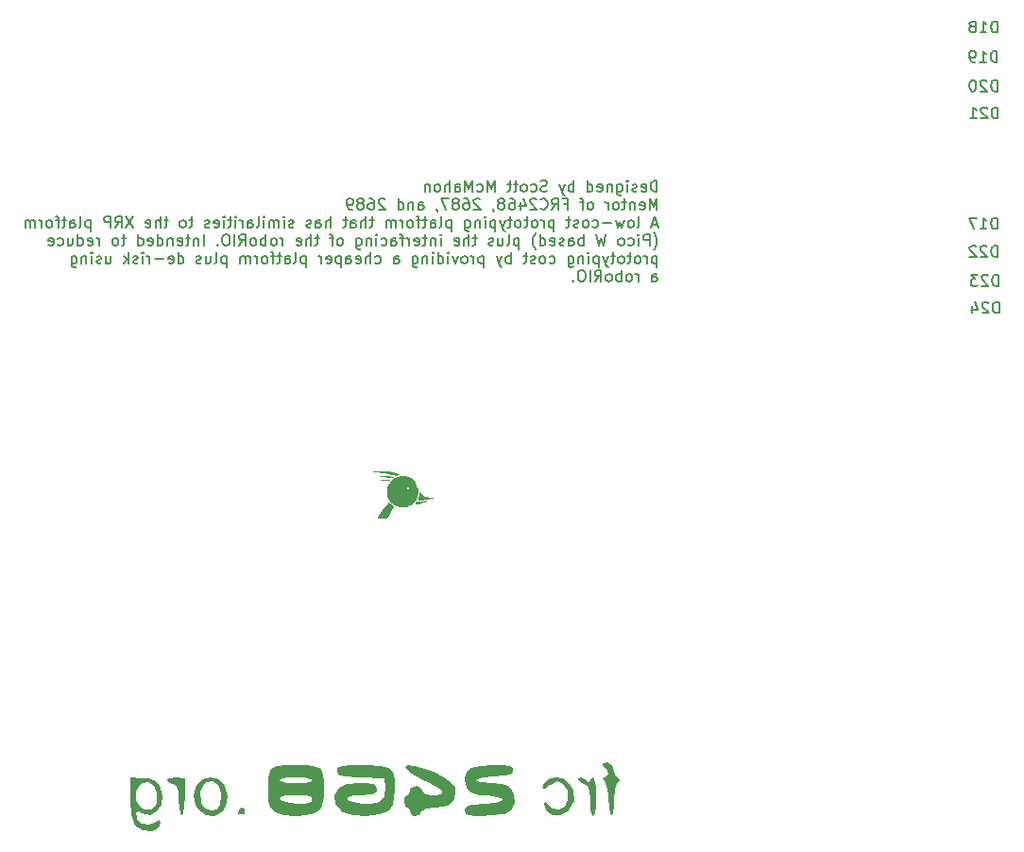
<source format=gbr>
%TF.GenerationSoftware,KiCad,Pcbnew,(6.0.8-1)-1*%
%TF.CreationDate,2024-01-06T20:05:09-06:00*%
%TF.ProjectId,Pico Robotic Controller,5069636f-2052-46f6-926f-74696320436f,V2*%
%TF.SameCoordinates,Original*%
%TF.FileFunction,Legend,Bot*%
%TF.FilePolarity,Positive*%
%FSLAX46Y46*%
G04 Gerber Fmt 4.6, Leading zero omitted, Abs format (unit mm)*
G04 Created by KiCad (PCBNEW (6.0.8-1)-1) date 2024-01-06 20:05:09*
%MOMM*%
%LPD*%
G01*
G04 APERTURE LIST*
%ADD10C,0.150000*%
G04 APERTURE END LIST*
D10*
X163672204Y-72627380D02*
X163672204Y-71627380D01*
X163434109Y-71627380D01*
X163291252Y-71675000D01*
X163196014Y-71770238D01*
X163148395Y-71865476D01*
X163100776Y-72055952D01*
X163100776Y-72198809D01*
X163148395Y-72389285D01*
X163196014Y-72484523D01*
X163291252Y-72579761D01*
X163434109Y-72627380D01*
X163672204Y-72627380D01*
X162291252Y-72579761D02*
X162386490Y-72627380D01*
X162576966Y-72627380D01*
X162672204Y-72579761D01*
X162719823Y-72484523D01*
X162719823Y-72103571D01*
X162672204Y-72008333D01*
X162576966Y-71960714D01*
X162386490Y-71960714D01*
X162291252Y-72008333D01*
X162243633Y-72103571D01*
X162243633Y-72198809D01*
X162719823Y-72294047D01*
X161862680Y-72579761D02*
X161767442Y-72627380D01*
X161576966Y-72627380D01*
X161481728Y-72579761D01*
X161434109Y-72484523D01*
X161434109Y-72436904D01*
X161481728Y-72341666D01*
X161576966Y-72294047D01*
X161719823Y-72294047D01*
X161815061Y-72246428D01*
X161862680Y-72151190D01*
X161862680Y-72103571D01*
X161815061Y-72008333D01*
X161719823Y-71960714D01*
X161576966Y-71960714D01*
X161481728Y-72008333D01*
X161005538Y-72627380D02*
X161005538Y-71960714D01*
X161005538Y-71627380D02*
X161053157Y-71675000D01*
X161005538Y-71722619D01*
X160957919Y-71675000D01*
X161005538Y-71627380D01*
X161005538Y-71722619D01*
X160100776Y-71960714D02*
X160100776Y-72770238D01*
X160148395Y-72865476D01*
X160196014Y-72913095D01*
X160291252Y-72960714D01*
X160434109Y-72960714D01*
X160529347Y-72913095D01*
X160100776Y-72579761D02*
X160196014Y-72627380D01*
X160386490Y-72627380D01*
X160481728Y-72579761D01*
X160529347Y-72532142D01*
X160576966Y-72436904D01*
X160576966Y-72151190D01*
X160529347Y-72055952D01*
X160481728Y-72008333D01*
X160386490Y-71960714D01*
X160196014Y-71960714D01*
X160100776Y-72008333D01*
X159624585Y-71960714D02*
X159624585Y-72627380D01*
X159624585Y-72055952D02*
X159576966Y-72008333D01*
X159481728Y-71960714D01*
X159338871Y-71960714D01*
X159243633Y-72008333D01*
X159196014Y-72103571D01*
X159196014Y-72627380D01*
X158338871Y-72579761D02*
X158434109Y-72627380D01*
X158624585Y-72627380D01*
X158719823Y-72579761D01*
X158767442Y-72484523D01*
X158767442Y-72103571D01*
X158719823Y-72008333D01*
X158624585Y-71960714D01*
X158434109Y-71960714D01*
X158338871Y-72008333D01*
X158291252Y-72103571D01*
X158291252Y-72198809D01*
X158767442Y-72294047D01*
X157434109Y-72627380D02*
X157434109Y-71627380D01*
X157434109Y-72579761D02*
X157529347Y-72627380D01*
X157719823Y-72627380D01*
X157815061Y-72579761D01*
X157862680Y-72532142D01*
X157910300Y-72436904D01*
X157910300Y-72151190D01*
X157862680Y-72055952D01*
X157815061Y-72008333D01*
X157719823Y-71960714D01*
X157529347Y-71960714D01*
X157434109Y-72008333D01*
X156196014Y-72627380D02*
X156196014Y-71627380D01*
X156196014Y-72008333D02*
X156100776Y-71960714D01*
X155910300Y-71960714D01*
X155815061Y-72008333D01*
X155767442Y-72055952D01*
X155719823Y-72151190D01*
X155719823Y-72436904D01*
X155767442Y-72532142D01*
X155815061Y-72579761D01*
X155910300Y-72627380D01*
X156100776Y-72627380D01*
X156196014Y-72579761D01*
X155386490Y-71960714D02*
X155148395Y-72627380D01*
X154910300Y-71960714D02*
X155148395Y-72627380D01*
X155243633Y-72865476D01*
X155291252Y-72913095D01*
X155386490Y-72960714D01*
X153815061Y-72579761D02*
X153672204Y-72627380D01*
X153434109Y-72627380D01*
X153338871Y-72579761D01*
X153291252Y-72532142D01*
X153243633Y-72436904D01*
X153243633Y-72341666D01*
X153291252Y-72246428D01*
X153338871Y-72198809D01*
X153434109Y-72151190D01*
X153624585Y-72103571D01*
X153719823Y-72055952D01*
X153767442Y-72008333D01*
X153815061Y-71913095D01*
X153815061Y-71817857D01*
X153767442Y-71722619D01*
X153719823Y-71675000D01*
X153624585Y-71627380D01*
X153386490Y-71627380D01*
X153243633Y-71675000D01*
X152386490Y-72579761D02*
X152481728Y-72627380D01*
X152672204Y-72627380D01*
X152767442Y-72579761D01*
X152815061Y-72532142D01*
X152862680Y-72436904D01*
X152862680Y-72151190D01*
X152815061Y-72055952D01*
X152767442Y-72008333D01*
X152672204Y-71960714D01*
X152481728Y-71960714D01*
X152386490Y-72008333D01*
X151815061Y-72627380D02*
X151910300Y-72579761D01*
X151957919Y-72532142D01*
X152005538Y-72436904D01*
X152005538Y-72151190D01*
X151957919Y-72055952D01*
X151910300Y-72008333D01*
X151815061Y-71960714D01*
X151672204Y-71960714D01*
X151576966Y-72008333D01*
X151529347Y-72055952D01*
X151481728Y-72151190D01*
X151481728Y-72436904D01*
X151529347Y-72532142D01*
X151576966Y-72579761D01*
X151672204Y-72627380D01*
X151815061Y-72627380D01*
X151196014Y-71960714D02*
X150815061Y-71960714D01*
X151053157Y-71627380D02*
X151053157Y-72484523D01*
X151005538Y-72579761D01*
X150910300Y-72627380D01*
X150815061Y-72627380D01*
X150624585Y-71960714D02*
X150243633Y-71960714D01*
X150481728Y-71627380D02*
X150481728Y-72484523D01*
X150434109Y-72579761D01*
X150338871Y-72627380D01*
X150243633Y-72627380D01*
X149148395Y-72627380D02*
X149148395Y-71627380D01*
X148815061Y-72341666D01*
X148481728Y-71627380D01*
X148481728Y-72627380D01*
X147576966Y-72579761D02*
X147672204Y-72627380D01*
X147862680Y-72627380D01*
X147957919Y-72579761D01*
X148005538Y-72532142D01*
X148053157Y-72436904D01*
X148053157Y-72151190D01*
X148005538Y-72055952D01*
X147957919Y-72008333D01*
X147862680Y-71960714D01*
X147672204Y-71960714D01*
X147576966Y-72008333D01*
X147148395Y-72627380D02*
X147148395Y-71627380D01*
X146815061Y-72341666D01*
X146481728Y-71627380D01*
X146481728Y-72627380D01*
X145576966Y-72627380D02*
X145576966Y-72103571D01*
X145624585Y-72008333D01*
X145719823Y-71960714D01*
X145910300Y-71960714D01*
X146005538Y-72008333D01*
X145576966Y-72579761D02*
X145672204Y-72627380D01*
X145910300Y-72627380D01*
X146005538Y-72579761D01*
X146053157Y-72484523D01*
X146053157Y-72389285D01*
X146005538Y-72294047D01*
X145910300Y-72246428D01*
X145672204Y-72246428D01*
X145576966Y-72198809D01*
X145100776Y-72627380D02*
X145100776Y-71627380D01*
X144672204Y-72627380D02*
X144672204Y-72103571D01*
X144719823Y-72008333D01*
X144815061Y-71960714D01*
X144957919Y-71960714D01*
X145053157Y-72008333D01*
X145100776Y-72055952D01*
X144053157Y-72627380D02*
X144148395Y-72579761D01*
X144196014Y-72532142D01*
X144243633Y-72436904D01*
X144243633Y-72151190D01*
X144196014Y-72055952D01*
X144148395Y-72008333D01*
X144053157Y-71960714D01*
X143910300Y-71960714D01*
X143815061Y-72008333D01*
X143767442Y-72055952D01*
X143719823Y-72151190D01*
X143719823Y-72436904D01*
X143767442Y-72532142D01*
X143815061Y-72579761D01*
X143910300Y-72627380D01*
X144053157Y-72627380D01*
X143291252Y-71960714D02*
X143291252Y-72627380D01*
X143291252Y-72055952D02*
X143243633Y-72008333D01*
X143148395Y-71960714D01*
X143005538Y-71960714D01*
X142910300Y-72008333D01*
X142862680Y-72103571D01*
X142862680Y-72627380D01*
X163672204Y-74237380D02*
X163672204Y-73237380D01*
X163338871Y-73951666D01*
X163005538Y-73237380D01*
X163005538Y-74237380D01*
X162148395Y-74189761D02*
X162243633Y-74237380D01*
X162434109Y-74237380D01*
X162529347Y-74189761D01*
X162576966Y-74094523D01*
X162576966Y-73713571D01*
X162529347Y-73618333D01*
X162434109Y-73570714D01*
X162243633Y-73570714D01*
X162148395Y-73618333D01*
X162100776Y-73713571D01*
X162100776Y-73808809D01*
X162576966Y-73904047D01*
X161672204Y-73570714D02*
X161672204Y-74237380D01*
X161672204Y-73665952D02*
X161624585Y-73618333D01*
X161529347Y-73570714D01*
X161386490Y-73570714D01*
X161291252Y-73618333D01*
X161243633Y-73713571D01*
X161243633Y-74237380D01*
X160910300Y-73570714D02*
X160529347Y-73570714D01*
X160767442Y-73237380D02*
X160767442Y-74094523D01*
X160719823Y-74189761D01*
X160624585Y-74237380D01*
X160529347Y-74237380D01*
X160053157Y-74237380D02*
X160148395Y-74189761D01*
X160196014Y-74142142D01*
X160243633Y-74046904D01*
X160243633Y-73761190D01*
X160196014Y-73665952D01*
X160148395Y-73618333D01*
X160053157Y-73570714D01*
X159910300Y-73570714D01*
X159815061Y-73618333D01*
X159767442Y-73665952D01*
X159719823Y-73761190D01*
X159719823Y-74046904D01*
X159767442Y-74142142D01*
X159815061Y-74189761D01*
X159910300Y-74237380D01*
X160053157Y-74237380D01*
X159291252Y-74237380D02*
X159291252Y-73570714D01*
X159291252Y-73761190D02*
X159243633Y-73665952D01*
X159196014Y-73618333D01*
X159100776Y-73570714D01*
X159005538Y-73570714D01*
X157767442Y-74237380D02*
X157862680Y-74189761D01*
X157910300Y-74142142D01*
X157957919Y-74046904D01*
X157957919Y-73761190D01*
X157910300Y-73665952D01*
X157862680Y-73618333D01*
X157767442Y-73570714D01*
X157624585Y-73570714D01*
X157529347Y-73618333D01*
X157481728Y-73665952D01*
X157434109Y-73761190D01*
X157434109Y-74046904D01*
X157481728Y-74142142D01*
X157529347Y-74189761D01*
X157624585Y-74237380D01*
X157767442Y-74237380D01*
X157148395Y-73570714D02*
X156767442Y-73570714D01*
X157005538Y-74237380D02*
X157005538Y-73380238D01*
X156957919Y-73285000D01*
X156862680Y-73237380D01*
X156767442Y-73237380D01*
X155338871Y-73713571D02*
X155672204Y-73713571D01*
X155672204Y-74237380D02*
X155672204Y-73237380D01*
X155196014Y-73237380D01*
X154243633Y-74237380D02*
X154576966Y-73761190D01*
X154815061Y-74237380D02*
X154815061Y-73237380D01*
X154434109Y-73237380D01*
X154338871Y-73285000D01*
X154291252Y-73332619D01*
X154243633Y-73427857D01*
X154243633Y-73570714D01*
X154291252Y-73665952D01*
X154338871Y-73713571D01*
X154434109Y-73761190D01*
X154815061Y-73761190D01*
X153243633Y-74142142D02*
X153291252Y-74189761D01*
X153434109Y-74237380D01*
X153529347Y-74237380D01*
X153672204Y-74189761D01*
X153767442Y-74094523D01*
X153815061Y-73999285D01*
X153862680Y-73808809D01*
X153862680Y-73665952D01*
X153815061Y-73475476D01*
X153767442Y-73380238D01*
X153672204Y-73285000D01*
X153529347Y-73237380D01*
X153434109Y-73237380D01*
X153291252Y-73285000D01*
X153243633Y-73332619D01*
X152862680Y-73332619D02*
X152815061Y-73285000D01*
X152719823Y-73237380D01*
X152481728Y-73237380D01*
X152386490Y-73285000D01*
X152338871Y-73332619D01*
X152291252Y-73427857D01*
X152291252Y-73523095D01*
X152338871Y-73665952D01*
X152910300Y-74237380D01*
X152291252Y-74237380D01*
X151434109Y-73570714D02*
X151434109Y-74237380D01*
X151672204Y-73189761D02*
X151910300Y-73904047D01*
X151291252Y-73904047D01*
X150481728Y-73237380D02*
X150672204Y-73237380D01*
X150767442Y-73285000D01*
X150815061Y-73332619D01*
X150910300Y-73475476D01*
X150957919Y-73665952D01*
X150957919Y-74046904D01*
X150910300Y-74142142D01*
X150862680Y-74189761D01*
X150767442Y-74237380D01*
X150576966Y-74237380D01*
X150481728Y-74189761D01*
X150434109Y-74142142D01*
X150386490Y-74046904D01*
X150386490Y-73808809D01*
X150434109Y-73713571D01*
X150481728Y-73665952D01*
X150576966Y-73618333D01*
X150767442Y-73618333D01*
X150862680Y-73665952D01*
X150910300Y-73713571D01*
X150957919Y-73808809D01*
X149815061Y-73665952D02*
X149910300Y-73618333D01*
X149957919Y-73570714D01*
X150005538Y-73475476D01*
X150005538Y-73427857D01*
X149957919Y-73332619D01*
X149910300Y-73285000D01*
X149815061Y-73237380D01*
X149624585Y-73237380D01*
X149529347Y-73285000D01*
X149481728Y-73332619D01*
X149434109Y-73427857D01*
X149434109Y-73475476D01*
X149481728Y-73570714D01*
X149529347Y-73618333D01*
X149624585Y-73665952D01*
X149815061Y-73665952D01*
X149910300Y-73713571D01*
X149957919Y-73761190D01*
X150005538Y-73856428D01*
X150005538Y-74046904D01*
X149957919Y-74142142D01*
X149910300Y-74189761D01*
X149815061Y-74237380D01*
X149624585Y-74237380D01*
X149529347Y-74189761D01*
X149481728Y-74142142D01*
X149434109Y-74046904D01*
X149434109Y-73856428D01*
X149481728Y-73761190D01*
X149529347Y-73713571D01*
X149624585Y-73665952D01*
X148957919Y-74189761D02*
X148957919Y-74237380D01*
X149005538Y-74332619D01*
X149053157Y-74380238D01*
X147815061Y-73332619D02*
X147767442Y-73285000D01*
X147672204Y-73237380D01*
X147434109Y-73237380D01*
X147338871Y-73285000D01*
X147291252Y-73332619D01*
X147243633Y-73427857D01*
X147243633Y-73523095D01*
X147291252Y-73665952D01*
X147862680Y-74237380D01*
X147243633Y-74237380D01*
X146386490Y-73237380D02*
X146576966Y-73237380D01*
X146672204Y-73285000D01*
X146719823Y-73332619D01*
X146815061Y-73475476D01*
X146862680Y-73665952D01*
X146862680Y-74046904D01*
X146815061Y-74142142D01*
X146767442Y-74189761D01*
X146672204Y-74237380D01*
X146481728Y-74237380D01*
X146386490Y-74189761D01*
X146338871Y-74142142D01*
X146291252Y-74046904D01*
X146291252Y-73808809D01*
X146338871Y-73713571D01*
X146386490Y-73665952D01*
X146481728Y-73618333D01*
X146672204Y-73618333D01*
X146767442Y-73665952D01*
X146815061Y-73713571D01*
X146862680Y-73808809D01*
X145719823Y-73665952D02*
X145815061Y-73618333D01*
X145862680Y-73570714D01*
X145910300Y-73475476D01*
X145910300Y-73427857D01*
X145862680Y-73332619D01*
X145815061Y-73285000D01*
X145719823Y-73237380D01*
X145529347Y-73237380D01*
X145434109Y-73285000D01*
X145386490Y-73332619D01*
X145338871Y-73427857D01*
X145338871Y-73475476D01*
X145386490Y-73570714D01*
X145434109Y-73618333D01*
X145529347Y-73665952D01*
X145719823Y-73665952D01*
X145815061Y-73713571D01*
X145862680Y-73761190D01*
X145910300Y-73856428D01*
X145910300Y-74046904D01*
X145862680Y-74142142D01*
X145815061Y-74189761D01*
X145719823Y-74237380D01*
X145529347Y-74237380D01*
X145434109Y-74189761D01*
X145386490Y-74142142D01*
X145338871Y-74046904D01*
X145338871Y-73856428D01*
X145386490Y-73761190D01*
X145434109Y-73713571D01*
X145529347Y-73665952D01*
X145005538Y-73237380D02*
X144338871Y-73237380D01*
X144767442Y-74237380D01*
X143910300Y-74189761D02*
X143910300Y-74237380D01*
X143957919Y-74332619D01*
X144005538Y-74380238D01*
X142291252Y-74237380D02*
X142291252Y-73713571D01*
X142338871Y-73618333D01*
X142434109Y-73570714D01*
X142624585Y-73570714D01*
X142719823Y-73618333D01*
X142291252Y-74189761D02*
X142386490Y-74237380D01*
X142624585Y-74237380D01*
X142719823Y-74189761D01*
X142767442Y-74094523D01*
X142767442Y-73999285D01*
X142719823Y-73904047D01*
X142624585Y-73856428D01*
X142386490Y-73856428D01*
X142291252Y-73808809D01*
X141815061Y-73570714D02*
X141815061Y-74237380D01*
X141815061Y-73665952D02*
X141767442Y-73618333D01*
X141672204Y-73570714D01*
X141529347Y-73570714D01*
X141434109Y-73618333D01*
X141386490Y-73713571D01*
X141386490Y-74237380D01*
X140481728Y-74237380D02*
X140481728Y-73237380D01*
X140481728Y-74189761D02*
X140576966Y-74237380D01*
X140767442Y-74237380D01*
X140862680Y-74189761D01*
X140910300Y-74142142D01*
X140957919Y-74046904D01*
X140957919Y-73761190D01*
X140910300Y-73665952D01*
X140862680Y-73618333D01*
X140767442Y-73570714D01*
X140576966Y-73570714D01*
X140481728Y-73618333D01*
X139291252Y-73332619D02*
X139243633Y-73285000D01*
X139148395Y-73237380D01*
X138910300Y-73237380D01*
X138815061Y-73285000D01*
X138767442Y-73332619D01*
X138719823Y-73427857D01*
X138719823Y-73523095D01*
X138767442Y-73665952D01*
X139338871Y-74237380D01*
X138719823Y-74237380D01*
X137862680Y-73237380D02*
X138053157Y-73237380D01*
X138148395Y-73285000D01*
X138196014Y-73332619D01*
X138291252Y-73475476D01*
X138338871Y-73665952D01*
X138338871Y-74046904D01*
X138291252Y-74142142D01*
X138243633Y-74189761D01*
X138148395Y-74237380D01*
X137957919Y-74237380D01*
X137862680Y-74189761D01*
X137815061Y-74142142D01*
X137767442Y-74046904D01*
X137767442Y-73808809D01*
X137815061Y-73713571D01*
X137862680Y-73665952D01*
X137957919Y-73618333D01*
X138148395Y-73618333D01*
X138243633Y-73665952D01*
X138291252Y-73713571D01*
X138338871Y-73808809D01*
X137196014Y-73665952D02*
X137291252Y-73618333D01*
X137338871Y-73570714D01*
X137386490Y-73475476D01*
X137386490Y-73427857D01*
X137338871Y-73332619D01*
X137291252Y-73285000D01*
X137196014Y-73237380D01*
X137005538Y-73237380D01*
X136910300Y-73285000D01*
X136862680Y-73332619D01*
X136815061Y-73427857D01*
X136815061Y-73475476D01*
X136862680Y-73570714D01*
X136910300Y-73618333D01*
X137005538Y-73665952D01*
X137196014Y-73665952D01*
X137291252Y-73713571D01*
X137338871Y-73761190D01*
X137386490Y-73856428D01*
X137386490Y-74046904D01*
X137338871Y-74142142D01*
X137291252Y-74189761D01*
X137196014Y-74237380D01*
X137005538Y-74237380D01*
X136910300Y-74189761D01*
X136862680Y-74142142D01*
X136815061Y-74046904D01*
X136815061Y-73856428D01*
X136862680Y-73761190D01*
X136910300Y-73713571D01*
X137005538Y-73665952D01*
X136338871Y-74237380D02*
X136148395Y-74237380D01*
X136053157Y-74189761D01*
X136005538Y-74142142D01*
X135910300Y-73999285D01*
X135862680Y-73808809D01*
X135862680Y-73427857D01*
X135910300Y-73332619D01*
X135957919Y-73285000D01*
X136053157Y-73237380D01*
X136243633Y-73237380D01*
X136338871Y-73285000D01*
X136386490Y-73332619D01*
X136434109Y-73427857D01*
X136434109Y-73665952D01*
X136386490Y-73761190D01*
X136338871Y-73808809D01*
X136243633Y-73856428D01*
X136053157Y-73856428D01*
X135957919Y-73808809D01*
X135910300Y-73761190D01*
X135862680Y-73665952D01*
X163719823Y-75561666D02*
X163243633Y-75561666D01*
X163815061Y-75847380D02*
X163481728Y-74847380D01*
X163148395Y-75847380D01*
X161910300Y-75847380D02*
X162005538Y-75799761D01*
X162053157Y-75704523D01*
X162053157Y-74847380D01*
X161386490Y-75847380D02*
X161481728Y-75799761D01*
X161529347Y-75752142D01*
X161576966Y-75656904D01*
X161576966Y-75371190D01*
X161529347Y-75275952D01*
X161481728Y-75228333D01*
X161386490Y-75180714D01*
X161243633Y-75180714D01*
X161148395Y-75228333D01*
X161100776Y-75275952D01*
X161053157Y-75371190D01*
X161053157Y-75656904D01*
X161100776Y-75752142D01*
X161148395Y-75799761D01*
X161243633Y-75847380D01*
X161386490Y-75847380D01*
X160719823Y-75180714D02*
X160529347Y-75847380D01*
X160338871Y-75371190D01*
X160148395Y-75847380D01*
X159957919Y-75180714D01*
X159576966Y-75466428D02*
X158815061Y-75466428D01*
X157910300Y-75799761D02*
X158005538Y-75847380D01*
X158196014Y-75847380D01*
X158291252Y-75799761D01*
X158338871Y-75752142D01*
X158386490Y-75656904D01*
X158386490Y-75371190D01*
X158338871Y-75275952D01*
X158291252Y-75228333D01*
X158196014Y-75180714D01*
X158005538Y-75180714D01*
X157910300Y-75228333D01*
X157338871Y-75847380D02*
X157434109Y-75799761D01*
X157481728Y-75752142D01*
X157529347Y-75656904D01*
X157529347Y-75371190D01*
X157481728Y-75275952D01*
X157434109Y-75228333D01*
X157338871Y-75180714D01*
X157196014Y-75180714D01*
X157100776Y-75228333D01*
X157053157Y-75275952D01*
X157005538Y-75371190D01*
X157005538Y-75656904D01*
X157053157Y-75752142D01*
X157100776Y-75799761D01*
X157196014Y-75847380D01*
X157338871Y-75847380D01*
X156624585Y-75799761D02*
X156529347Y-75847380D01*
X156338871Y-75847380D01*
X156243633Y-75799761D01*
X156196014Y-75704523D01*
X156196014Y-75656904D01*
X156243633Y-75561666D01*
X156338871Y-75514047D01*
X156481728Y-75514047D01*
X156576966Y-75466428D01*
X156624585Y-75371190D01*
X156624585Y-75323571D01*
X156576966Y-75228333D01*
X156481728Y-75180714D01*
X156338871Y-75180714D01*
X156243633Y-75228333D01*
X155910300Y-75180714D02*
X155529347Y-75180714D01*
X155767442Y-74847380D02*
X155767442Y-75704523D01*
X155719823Y-75799761D01*
X155624585Y-75847380D01*
X155529347Y-75847380D01*
X154434109Y-75180714D02*
X154434109Y-76180714D01*
X154434109Y-75228333D02*
X154338871Y-75180714D01*
X154148395Y-75180714D01*
X154053157Y-75228333D01*
X154005538Y-75275952D01*
X153957919Y-75371190D01*
X153957919Y-75656904D01*
X154005538Y-75752142D01*
X154053157Y-75799761D01*
X154148395Y-75847380D01*
X154338871Y-75847380D01*
X154434109Y-75799761D01*
X153529347Y-75847380D02*
X153529347Y-75180714D01*
X153529347Y-75371190D02*
X153481728Y-75275952D01*
X153434109Y-75228333D01*
X153338871Y-75180714D01*
X153243633Y-75180714D01*
X152767442Y-75847380D02*
X152862680Y-75799761D01*
X152910300Y-75752142D01*
X152957919Y-75656904D01*
X152957919Y-75371190D01*
X152910300Y-75275952D01*
X152862680Y-75228333D01*
X152767442Y-75180714D01*
X152624585Y-75180714D01*
X152529347Y-75228333D01*
X152481728Y-75275952D01*
X152434109Y-75371190D01*
X152434109Y-75656904D01*
X152481728Y-75752142D01*
X152529347Y-75799761D01*
X152624585Y-75847380D01*
X152767442Y-75847380D01*
X152148395Y-75180714D02*
X151767442Y-75180714D01*
X152005538Y-74847380D02*
X152005538Y-75704523D01*
X151957919Y-75799761D01*
X151862680Y-75847380D01*
X151767442Y-75847380D01*
X151291252Y-75847380D02*
X151386490Y-75799761D01*
X151434109Y-75752142D01*
X151481728Y-75656904D01*
X151481728Y-75371190D01*
X151434109Y-75275952D01*
X151386490Y-75228333D01*
X151291252Y-75180714D01*
X151148395Y-75180714D01*
X151053157Y-75228333D01*
X151005538Y-75275952D01*
X150957919Y-75371190D01*
X150957919Y-75656904D01*
X151005538Y-75752142D01*
X151053157Y-75799761D01*
X151148395Y-75847380D01*
X151291252Y-75847380D01*
X150672204Y-75180714D02*
X150291252Y-75180714D01*
X150529347Y-74847380D02*
X150529347Y-75704523D01*
X150481728Y-75799761D01*
X150386490Y-75847380D01*
X150291252Y-75847380D01*
X150053157Y-75180714D02*
X149815061Y-75847380D01*
X149576966Y-75180714D02*
X149815061Y-75847380D01*
X149910300Y-76085476D01*
X149957919Y-76133095D01*
X150053157Y-76180714D01*
X149196014Y-75180714D02*
X149196014Y-76180714D01*
X149196014Y-75228333D02*
X149100776Y-75180714D01*
X148910300Y-75180714D01*
X148815061Y-75228333D01*
X148767442Y-75275952D01*
X148719823Y-75371190D01*
X148719823Y-75656904D01*
X148767442Y-75752142D01*
X148815061Y-75799761D01*
X148910300Y-75847380D01*
X149100776Y-75847380D01*
X149196014Y-75799761D01*
X148291252Y-75847380D02*
X148291252Y-75180714D01*
X148291252Y-74847380D02*
X148338871Y-74895000D01*
X148291252Y-74942619D01*
X148243633Y-74895000D01*
X148291252Y-74847380D01*
X148291252Y-74942619D01*
X147815061Y-75180714D02*
X147815061Y-75847380D01*
X147815061Y-75275952D02*
X147767442Y-75228333D01*
X147672204Y-75180714D01*
X147529347Y-75180714D01*
X147434109Y-75228333D01*
X147386490Y-75323571D01*
X147386490Y-75847380D01*
X146481728Y-75180714D02*
X146481728Y-75990238D01*
X146529347Y-76085476D01*
X146576966Y-76133095D01*
X146672204Y-76180714D01*
X146815061Y-76180714D01*
X146910300Y-76133095D01*
X146481728Y-75799761D02*
X146576966Y-75847380D01*
X146767442Y-75847380D01*
X146862680Y-75799761D01*
X146910300Y-75752142D01*
X146957919Y-75656904D01*
X146957919Y-75371190D01*
X146910300Y-75275952D01*
X146862680Y-75228333D01*
X146767442Y-75180714D01*
X146576966Y-75180714D01*
X146481728Y-75228333D01*
X145243633Y-75180714D02*
X145243633Y-76180714D01*
X145243633Y-75228333D02*
X145148395Y-75180714D01*
X144957919Y-75180714D01*
X144862680Y-75228333D01*
X144815061Y-75275952D01*
X144767442Y-75371190D01*
X144767442Y-75656904D01*
X144815061Y-75752142D01*
X144862680Y-75799761D01*
X144957919Y-75847380D01*
X145148395Y-75847380D01*
X145243633Y-75799761D01*
X144196014Y-75847380D02*
X144291252Y-75799761D01*
X144338871Y-75704523D01*
X144338871Y-74847380D01*
X143386490Y-75847380D02*
X143386490Y-75323571D01*
X143434109Y-75228333D01*
X143529347Y-75180714D01*
X143719823Y-75180714D01*
X143815061Y-75228333D01*
X143386490Y-75799761D02*
X143481728Y-75847380D01*
X143719823Y-75847380D01*
X143815061Y-75799761D01*
X143862680Y-75704523D01*
X143862680Y-75609285D01*
X143815061Y-75514047D01*
X143719823Y-75466428D01*
X143481728Y-75466428D01*
X143386490Y-75418809D01*
X143053157Y-75180714D02*
X142672204Y-75180714D01*
X142910300Y-74847380D02*
X142910300Y-75704523D01*
X142862680Y-75799761D01*
X142767442Y-75847380D01*
X142672204Y-75847380D01*
X142481728Y-75180714D02*
X142100776Y-75180714D01*
X142338871Y-75847380D02*
X142338871Y-74990238D01*
X142291252Y-74895000D01*
X142196014Y-74847380D01*
X142100776Y-74847380D01*
X141624585Y-75847380D02*
X141719823Y-75799761D01*
X141767442Y-75752142D01*
X141815061Y-75656904D01*
X141815061Y-75371190D01*
X141767442Y-75275952D01*
X141719823Y-75228333D01*
X141624585Y-75180714D01*
X141481728Y-75180714D01*
X141386490Y-75228333D01*
X141338871Y-75275952D01*
X141291252Y-75371190D01*
X141291252Y-75656904D01*
X141338871Y-75752142D01*
X141386490Y-75799761D01*
X141481728Y-75847380D01*
X141624585Y-75847380D01*
X140862680Y-75847380D02*
X140862680Y-75180714D01*
X140862680Y-75371190D02*
X140815061Y-75275952D01*
X140767442Y-75228333D01*
X140672204Y-75180714D01*
X140576966Y-75180714D01*
X140243633Y-75847380D02*
X140243633Y-75180714D01*
X140243633Y-75275952D02*
X140196014Y-75228333D01*
X140100776Y-75180714D01*
X139957919Y-75180714D01*
X139862680Y-75228333D01*
X139815061Y-75323571D01*
X139815061Y-75847380D01*
X139815061Y-75323571D02*
X139767442Y-75228333D01*
X139672204Y-75180714D01*
X139529347Y-75180714D01*
X139434109Y-75228333D01*
X139386490Y-75323571D01*
X139386490Y-75847380D01*
X138291252Y-75180714D02*
X137910300Y-75180714D01*
X138148395Y-74847380D02*
X138148395Y-75704523D01*
X138100776Y-75799761D01*
X138005538Y-75847380D01*
X137910300Y-75847380D01*
X137576966Y-75847380D02*
X137576966Y-74847380D01*
X137148395Y-75847380D02*
X137148395Y-75323571D01*
X137196014Y-75228333D01*
X137291252Y-75180714D01*
X137434109Y-75180714D01*
X137529347Y-75228333D01*
X137576966Y-75275952D01*
X136243633Y-75847380D02*
X136243633Y-75323571D01*
X136291252Y-75228333D01*
X136386490Y-75180714D01*
X136576966Y-75180714D01*
X136672204Y-75228333D01*
X136243633Y-75799761D02*
X136338871Y-75847380D01*
X136576966Y-75847380D01*
X136672204Y-75799761D01*
X136719823Y-75704523D01*
X136719823Y-75609285D01*
X136672204Y-75514047D01*
X136576966Y-75466428D01*
X136338871Y-75466428D01*
X136243633Y-75418809D01*
X135910300Y-75180714D02*
X135529347Y-75180714D01*
X135767442Y-74847380D02*
X135767442Y-75704523D01*
X135719823Y-75799761D01*
X135624585Y-75847380D01*
X135529347Y-75847380D01*
X134434109Y-75847380D02*
X134434109Y-74847380D01*
X134005538Y-75847380D02*
X134005538Y-75323571D01*
X134053157Y-75228333D01*
X134148395Y-75180714D01*
X134291252Y-75180714D01*
X134386490Y-75228333D01*
X134434109Y-75275952D01*
X133100776Y-75847380D02*
X133100776Y-75323571D01*
X133148395Y-75228333D01*
X133243633Y-75180714D01*
X133434109Y-75180714D01*
X133529347Y-75228333D01*
X133100776Y-75799761D02*
X133196014Y-75847380D01*
X133434109Y-75847380D01*
X133529347Y-75799761D01*
X133576966Y-75704523D01*
X133576966Y-75609285D01*
X133529347Y-75514047D01*
X133434109Y-75466428D01*
X133196014Y-75466428D01*
X133100776Y-75418809D01*
X132672204Y-75799761D02*
X132576966Y-75847380D01*
X132386490Y-75847380D01*
X132291252Y-75799761D01*
X132243633Y-75704523D01*
X132243633Y-75656904D01*
X132291252Y-75561666D01*
X132386490Y-75514047D01*
X132529347Y-75514047D01*
X132624585Y-75466428D01*
X132672204Y-75371190D01*
X132672204Y-75323571D01*
X132624585Y-75228333D01*
X132529347Y-75180714D01*
X132386490Y-75180714D01*
X132291252Y-75228333D01*
X131100776Y-75799761D02*
X131005538Y-75847380D01*
X130815061Y-75847380D01*
X130719823Y-75799761D01*
X130672204Y-75704523D01*
X130672204Y-75656904D01*
X130719823Y-75561666D01*
X130815061Y-75514047D01*
X130957919Y-75514047D01*
X131053157Y-75466428D01*
X131100776Y-75371190D01*
X131100776Y-75323571D01*
X131053157Y-75228333D01*
X130957919Y-75180714D01*
X130815061Y-75180714D01*
X130719823Y-75228333D01*
X130243633Y-75847380D02*
X130243633Y-75180714D01*
X130243633Y-74847380D02*
X130291252Y-74895000D01*
X130243633Y-74942619D01*
X130196014Y-74895000D01*
X130243633Y-74847380D01*
X130243633Y-74942619D01*
X129767442Y-75847380D02*
X129767442Y-75180714D01*
X129767442Y-75275952D02*
X129719823Y-75228333D01*
X129624585Y-75180714D01*
X129481728Y-75180714D01*
X129386490Y-75228333D01*
X129338871Y-75323571D01*
X129338871Y-75847380D01*
X129338871Y-75323571D02*
X129291252Y-75228333D01*
X129196014Y-75180714D01*
X129053157Y-75180714D01*
X128957919Y-75228333D01*
X128910300Y-75323571D01*
X128910300Y-75847380D01*
X128434109Y-75847380D02*
X128434109Y-75180714D01*
X128434109Y-74847380D02*
X128481728Y-74895000D01*
X128434109Y-74942619D01*
X128386490Y-74895000D01*
X128434109Y-74847380D01*
X128434109Y-74942619D01*
X127815061Y-75847380D02*
X127910300Y-75799761D01*
X127957919Y-75704523D01*
X127957919Y-74847380D01*
X127005538Y-75847380D02*
X127005538Y-75323571D01*
X127053157Y-75228333D01*
X127148395Y-75180714D01*
X127338871Y-75180714D01*
X127434109Y-75228333D01*
X127005538Y-75799761D02*
X127100776Y-75847380D01*
X127338871Y-75847380D01*
X127434109Y-75799761D01*
X127481728Y-75704523D01*
X127481728Y-75609285D01*
X127434109Y-75514047D01*
X127338871Y-75466428D01*
X127100776Y-75466428D01*
X127005538Y-75418809D01*
X126529347Y-75847380D02*
X126529347Y-75180714D01*
X126529347Y-75371190D02*
X126481728Y-75275952D01*
X126434109Y-75228333D01*
X126338871Y-75180714D01*
X126243633Y-75180714D01*
X125910300Y-75847380D02*
X125910300Y-75180714D01*
X125910300Y-74847380D02*
X125957919Y-74895000D01*
X125910300Y-74942619D01*
X125862680Y-74895000D01*
X125910300Y-74847380D01*
X125910300Y-74942619D01*
X125576966Y-75180714D02*
X125196014Y-75180714D01*
X125434109Y-74847380D02*
X125434109Y-75704523D01*
X125386490Y-75799761D01*
X125291252Y-75847380D01*
X125196014Y-75847380D01*
X124862680Y-75847380D02*
X124862680Y-75180714D01*
X124862680Y-74847380D02*
X124910300Y-74895000D01*
X124862680Y-74942619D01*
X124815061Y-74895000D01*
X124862680Y-74847380D01*
X124862680Y-74942619D01*
X124005538Y-75799761D02*
X124100776Y-75847380D01*
X124291252Y-75847380D01*
X124386490Y-75799761D01*
X124434109Y-75704523D01*
X124434109Y-75323571D01*
X124386490Y-75228333D01*
X124291252Y-75180714D01*
X124100776Y-75180714D01*
X124005538Y-75228333D01*
X123957919Y-75323571D01*
X123957919Y-75418809D01*
X124434109Y-75514047D01*
X123576966Y-75799761D02*
X123481728Y-75847380D01*
X123291252Y-75847380D01*
X123196014Y-75799761D01*
X123148395Y-75704523D01*
X123148395Y-75656904D01*
X123196014Y-75561666D01*
X123291252Y-75514047D01*
X123434109Y-75514047D01*
X123529347Y-75466428D01*
X123576966Y-75371190D01*
X123576966Y-75323571D01*
X123529347Y-75228333D01*
X123434109Y-75180714D01*
X123291252Y-75180714D01*
X123196014Y-75228333D01*
X122100776Y-75180714D02*
X121719823Y-75180714D01*
X121957919Y-74847380D02*
X121957919Y-75704523D01*
X121910300Y-75799761D01*
X121815061Y-75847380D01*
X121719823Y-75847380D01*
X121243633Y-75847380D02*
X121338871Y-75799761D01*
X121386490Y-75752142D01*
X121434109Y-75656904D01*
X121434109Y-75371190D01*
X121386490Y-75275952D01*
X121338871Y-75228333D01*
X121243633Y-75180714D01*
X121100776Y-75180714D01*
X121005538Y-75228333D01*
X120957919Y-75275952D01*
X120910300Y-75371190D01*
X120910300Y-75656904D01*
X120957919Y-75752142D01*
X121005538Y-75799761D01*
X121100776Y-75847380D01*
X121243633Y-75847380D01*
X119862680Y-75180714D02*
X119481728Y-75180714D01*
X119719823Y-74847380D02*
X119719823Y-75704523D01*
X119672204Y-75799761D01*
X119576966Y-75847380D01*
X119481728Y-75847380D01*
X119148395Y-75847380D02*
X119148395Y-74847380D01*
X118719823Y-75847380D02*
X118719823Y-75323571D01*
X118767442Y-75228333D01*
X118862680Y-75180714D01*
X119005538Y-75180714D01*
X119100776Y-75228333D01*
X119148395Y-75275952D01*
X117862680Y-75799761D02*
X117957919Y-75847380D01*
X118148395Y-75847380D01*
X118243633Y-75799761D01*
X118291252Y-75704523D01*
X118291252Y-75323571D01*
X118243633Y-75228333D01*
X118148395Y-75180714D01*
X117957919Y-75180714D01*
X117862680Y-75228333D01*
X117815061Y-75323571D01*
X117815061Y-75418809D01*
X118291252Y-75514047D01*
X116719823Y-74847380D02*
X116053157Y-75847380D01*
X116053157Y-74847380D02*
X116719823Y-75847380D01*
X115100776Y-75847380D02*
X115434109Y-75371190D01*
X115672204Y-75847380D02*
X115672204Y-74847380D01*
X115291252Y-74847380D01*
X115196014Y-74895000D01*
X115148395Y-74942619D01*
X115100776Y-75037857D01*
X115100776Y-75180714D01*
X115148395Y-75275952D01*
X115196014Y-75323571D01*
X115291252Y-75371190D01*
X115672204Y-75371190D01*
X114672204Y-75847380D02*
X114672204Y-74847380D01*
X114291252Y-74847380D01*
X114196014Y-74895000D01*
X114148395Y-74942619D01*
X114100776Y-75037857D01*
X114100776Y-75180714D01*
X114148395Y-75275952D01*
X114196014Y-75323571D01*
X114291252Y-75371190D01*
X114672204Y-75371190D01*
X112910300Y-75180714D02*
X112910300Y-76180714D01*
X112910300Y-75228333D02*
X112815061Y-75180714D01*
X112624585Y-75180714D01*
X112529347Y-75228333D01*
X112481728Y-75275952D01*
X112434109Y-75371190D01*
X112434109Y-75656904D01*
X112481728Y-75752142D01*
X112529347Y-75799761D01*
X112624585Y-75847380D01*
X112815061Y-75847380D01*
X112910300Y-75799761D01*
X111862680Y-75847380D02*
X111957919Y-75799761D01*
X112005538Y-75704523D01*
X112005538Y-74847380D01*
X111053157Y-75847380D02*
X111053157Y-75323571D01*
X111100776Y-75228333D01*
X111196014Y-75180714D01*
X111386490Y-75180714D01*
X111481728Y-75228333D01*
X111053157Y-75799761D02*
X111148395Y-75847380D01*
X111386490Y-75847380D01*
X111481728Y-75799761D01*
X111529347Y-75704523D01*
X111529347Y-75609285D01*
X111481728Y-75514047D01*
X111386490Y-75466428D01*
X111148395Y-75466428D01*
X111053157Y-75418809D01*
X110719823Y-75180714D02*
X110338871Y-75180714D01*
X110576966Y-74847380D02*
X110576966Y-75704523D01*
X110529347Y-75799761D01*
X110434109Y-75847380D01*
X110338871Y-75847380D01*
X110148395Y-75180714D02*
X109767442Y-75180714D01*
X110005538Y-75847380D02*
X110005538Y-74990238D01*
X109957919Y-74895000D01*
X109862680Y-74847380D01*
X109767442Y-74847380D01*
X109291252Y-75847380D02*
X109386490Y-75799761D01*
X109434109Y-75752142D01*
X109481728Y-75656904D01*
X109481728Y-75371190D01*
X109434109Y-75275952D01*
X109386490Y-75228333D01*
X109291252Y-75180714D01*
X109148395Y-75180714D01*
X109053157Y-75228333D01*
X109005538Y-75275952D01*
X108957919Y-75371190D01*
X108957919Y-75656904D01*
X109005538Y-75752142D01*
X109053157Y-75799761D01*
X109148395Y-75847380D01*
X109291252Y-75847380D01*
X108529347Y-75847380D02*
X108529347Y-75180714D01*
X108529347Y-75371190D02*
X108481728Y-75275952D01*
X108434109Y-75228333D01*
X108338871Y-75180714D01*
X108243633Y-75180714D01*
X107910300Y-75847380D02*
X107910300Y-75180714D01*
X107910300Y-75275952D02*
X107862680Y-75228333D01*
X107767442Y-75180714D01*
X107624585Y-75180714D01*
X107529347Y-75228333D01*
X107481728Y-75323571D01*
X107481728Y-75847380D01*
X107481728Y-75323571D02*
X107434109Y-75228333D01*
X107338871Y-75180714D01*
X107196014Y-75180714D01*
X107100776Y-75228333D01*
X107053157Y-75323571D01*
X107053157Y-75847380D01*
X163386490Y-77838333D02*
X163434109Y-77790714D01*
X163529347Y-77647857D01*
X163576966Y-77552619D01*
X163624585Y-77409761D01*
X163672204Y-77171666D01*
X163672204Y-76981190D01*
X163624585Y-76743095D01*
X163576966Y-76600238D01*
X163529347Y-76505000D01*
X163434109Y-76362142D01*
X163386490Y-76314523D01*
X163005538Y-77457380D02*
X163005538Y-76457380D01*
X162624585Y-76457380D01*
X162529347Y-76505000D01*
X162481728Y-76552619D01*
X162434109Y-76647857D01*
X162434109Y-76790714D01*
X162481728Y-76885952D01*
X162529347Y-76933571D01*
X162624585Y-76981190D01*
X163005538Y-76981190D01*
X162005538Y-77457380D02*
X162005538Y-76790714D01*
X162005538Y-76457380D02*
X162053157Y-76505000D01*
X162005538Y-76552619D01*
X161957919Y-76505000D01*
X162005538Y-76457380D01*
X162005538Y-76552619D01*
X161100776Y-77409761D02*
X161196014Y-77457380D01*
X161386490Y-77457380D01*
X161481728Y-77409761D01*
X161529347Y-77362142D01*
X161576966Y-77266904D01*
X161576966Y-76981190D01*
X161529347Y-76885952D01*
X161481728Y-76838333D01*
X161386490Y-76790714D01*
X161196014Y-76790714D01*
X161100776Y-76838333D01*
X160529347Y-77457380D02*
X160624585Y-77409761D01*
X160672204Y-77362142D01*
X160719823Y-77266904D01*
X160719823Y-76981190D01*
X160672204Y-76885952D01*
X160624585Y-76838333D01*
X160529347Y-76790714D01*
X160386490Y-76790714D01*
X160291252Y-76838333D01*
X160243633Y-76885952D01*
X160196014Y-76981190D01*
X160196014Y-77266904D01*
X160243633Y-77362142D01*
X160291252Y-77409761D01*
X160386490Y-77457380D01*
X160529347Y-77457380D01*
X159100776Y-76457380D02*
X158862680Y-77457380D01*
X158672204Y-76743095D01*
X158481728Y-77457380D01*
X158243633Y-76457380D01*
X157100776Y-77457380D02*
X157100776Y-76457380D01*
X157100776Y-76838333D02*
X157005538Y-76790714D01*
X156815061Y-76790714D01*
X156719823Y-76838333D01*
X156672204Y-76885952D01*
X156624585Y-76981190D01*
X156624585Y-77266904D01*
X156672204Y-77362142D01*
X156719823Y-77409761D01*
X156815061Y-77457380D01*
X157005538Y-77457380D01*
X157100776Y-77409761D01*
X155767442Y-77457380D02*
X155767442Y-76933571D01*
X155815061Y-76838333D01*
X155910300Y-76790714D01*
X156100776Y-76790714D01*
X156196014Y-76838333D01*
X155767442Y-77409761D02*
X155862680Y-77457380D01*
X156100776Y-77457380D01*
X156196014Y-77409761D01*
X156243633Y-77314523D01*
X156243633Y-77219285D01*
X156196014Y-77124047D01*
X156100776Y-77076428D01*
X155862680Y-77076428D01*
X155767442Y-77028809D01*
X155338871Y-77409761D02*
X155243633Y-77457380D01*
X155053157Y-77457380D01*
X154957919Y-77409761D01*
X154910300Y-77314523D01*
X154910300Y-77266904D01*
X154957919Y-77171666D01*
X155053157Y-77124047D01*
X155196014Y-77124047D01*
X155291252Y-77076428D01*
X155338871Y-76981190D01*
X155338871Y-76933571D01*
X155291252Y-76838333D01*
X155196014Y-76790714D01*
X155053157Y-76790714D01*
X154957919Y-76838333D01*
X154100776Y-77409761D02*
X154196014Y-77457380D01*
X154386490Y-77457380D01*
X154481728Y-77409761D01*
X154529347Y-77314523D01*
X154529347Y-76933571D01*
X154481728Y-76838333D01*
X154386490Y-76790714D01*
X154196014Y-76790714D01*
X154100776Y-76838333D01*
X154053157Y-76933571D01*
X154053157Y-77028809D01*
X154529347Y-77124047D01*
X153196014Y-77457380D02*
X153196014Y-76457380D01*
X153196014Y-77409761D02*
X153291252Y-77457380D01*
X153481728Y-77457380D01*
X153576966Y-77409761D01*
X153624585Y-77362142D01*
X153672204Y-77266904D01*
X153672204Y-76981190D01*
X153624585Y-76885952D01*
X153576966Y-76838333D01*
X153481728Y-76790714D01*
X153291252Y-76790714D01*
X153196014Y-76838333D01*
X152815061Y-77838333D02*
X152767442Y-77790714D01*
X152672204Y-77647857D01*
X152624585Y-77552619D01*
X152576966Y-77409761D01*
X152529347Y-77171666D01*
X152529347Y-76981190D01*
X152576966Y-76743095D01*
X152624585Y-76600238D01*
X152672204Y-76505000D01*
X152767442Y-76362142D01*
X152815061Y-76314523D01*
X151291252Y-76790714D02*
X151291252Y-77790714D01*
X151291252Y-76838333D02*
X151196014Y-76790714D01*
X151005538Y-76790714D01*
X150910300Y-76838333D01*
X150862680Y-76885952D01*
X150815061Y-76981190D01*
X150815061Y-77266904D01*
X150862680Y-77362142D01*
X150910300Y-77409761D01*
X151005538Y-77457380D01*
X151196014Y-77457380D01*
X151291252Y-77409761D01*
X150243633Y-77457380D02*
X150338871Y-77409761D01*
X150386490Y-77314523D01*
X150386490Y-76457380D01*
X149434109Y-76790714D02*
X149434109Y-77457380D01*
X149862680Y-76790714D02*
X149862680Y-77314523D01*
X149815061Y-77409761D01*
X149719823Y-77457380D01*
X149576966Y-77457380D01*
X149481728Y-77409761D01*
X149434109Y-77362142D01*
X149005538Y-77409761D02*
X148910300Y-77457380D01*
X148719823Y-77457380D01*
X148624585Y-77409761D01*
X148576966Y-77314523D01*
X148576966Y-77266904D01*
X148624585Y-77171666D01*
X148719823Y-77124047D01*
X148862680Y-77124047D01*
X148957919Y-77076428D01*
X149005538Y-76981190D01*
X149005538Y-76933571D01*
X148957919Y-76838333D01*
X148862680Y-76790714D01*
X148719823Y-76790714D01*
X148624585Y-76838333D01*
X147529347Y-76790714D02*
X147148395Y-76790714D01*
X147386490Y-76457380D02*
X147386490Y-77314523D01*
X147338871Y-77409761D01*
X147243633Y-77457380D01*
X147148395Y-77457380D01*
X146815061Y-77457380D02*
X146815061Y-76457380D01*
X146386490Y-77457380D02*
X146386490Y-76933571D01*
X146434109Y-76838333D01*
X146529347Y-76790714D01*
X146672204Y-76790714D01*
X146767442Y-76838333D01*
X146815061Y-76885952D01*
X145529347Y-77409761D02*
X145624585Y-77457380D01*
X145815061Y-77457380D01*
X145910300Y-77409761D01*
X145957919Y-77314523D01*
X145957919Y-76933571D01*
X145910300Y-76838333D01*
X145815061Y-76790714D01*
X145624585Y-76790714D01*
X145529347Y-76838333D01*
X145481728Y-76933571D01*
X145481728Y-77028809D01*
X145957919Y-77124047D01*
X144291252Y-77457380D02*
X144291252Y-76790714D01*
X144291252Y-76457380D02*
X144338871Y-76505000D01*
X144291252Y-76552619D01*
X144243633Y-76505000D01*
X144291252Y-76457380D01*
X144291252Y-76552619D01*
X143815061Y-76790714D02*
X143815061Y-77457380D01*
X143815061Y-76885952D02*
X143767442Y-76838333D01*
X143672204Y-76790714D01*
X143529347Y-76790714D01*
X143434109Y-76838333D01*
X143386490Y-76933571D01*
X143386490Y-77457380D01*
X143053157Y-76790714D02*
X142672204Y-76790714D01*
X142910300Y-76457380D02*
X142910300Y-77314523D01*
X142862680Y-77409761D01*
X142767442Y-77457380D01*
X142672204Y-77457380D01*
X141957919Y-77409761D02*
X142053157Y-77457380D01*
X142243633Y-77457380D01*
X142338871Y-77409761D01*
X142386490Y-77314523D01*
X142386490Y-76933571D01*
X142338871Y-76838333D01*
X142243633Y-76790714D01*
X142053157Y-76790714D01*
X141957919Y-76838333D01*
X141910300Y-76933571D01*
X141910300Y-77028809D01*
X142386490Y-77124047D01*
X141481728Y-77457380D02*
X141481728Y-76790714D01*
X141481728Y-76981190D02*
X141434109Y-76885952D01*
X141386490Y-76838333D01*
X141291252Y-76790714D01*
X141196014Y-76790714D01*
X141005538Y-76790714D02*
X140624585Y-76790714D01*
X140862680Y-77457380D02*
X140862680Y-76600238D01*
X140815061Y-76505000D01*
X140719823Y-76457380D01*
X140624585Y-76457380D01*
X139862680Y-77457380D02*
X139862680Y-76933571D01*
X139910300Y-76838333D01*
X140005538Y-76790714D01*
X140196014Y-76790714D01*
X140291252Y-76838333D01*
X139862680Y-77409761D02*
X139957919Y-77457380D01*
X140196014Y-77457380D01*
X140291252Y-77409761D01*
X140338871Y-77314523D01*
X140338871Y-77219285D01*
X140291252Y-77124047D01*
X140196014Y-77076428D01*
X139957919Y-77076428D01*
X139862680Y-77028809D01*
X138957919Y-77409761D02*
X139053157Y-77457380D01*
X139243633Y-77457380D01*
X139338871Y-77409761D01*
X139386490Y-77362142D01*
X139434109Y-77266904D01*
X139434109Y-76981190D01*
X139386490Y-76885952D01*
X139338871Y-76838333D01*
X139243633Y-76790714D01*
X139053157Y-76790714D01*
X138957919Y-76838333D01*
X138529347Y-77457380D02*
X138529347Y-76790714D01*
X138529347Y-76457380D02*
X138576966Y-76505000D01*
X138529347Y-76552619D01*
X138481728Y-76505000D01*
X138529347Y-76457380D01*
X138529347Y-76552619D01*
X138053157Y-76790714D02*
X138053157Y-77457380D01*
X138053157Y-76885952D02*
X138005538Y-76838333D01*
X137910300Y-76790714D01*
X137767442Y-76790714D01*
X137672204Y-76838333D01*
X137624585Y-76933571D01*
X137624585Y-77457380D01*
X136719823Y-76790714D02*
X136719823Y-77600238D01*
X136767442Y-77695476D01*
X136815061Y-77743095D01*
X136910300Y-77790714D01*
X137053157Y-77790714D01*
X137148395Y-77743095D01*
X136719823Y-77409761D02*
X136815061Y-77457380D01*
X137005538Y-77457380D01*
X137100776Y-77409761D01*
X137148395Y-77362142D01*
X137196014Y-77266904D01*
X137196014Y-76981190D01*
X137148395Y-76885952D01*
X137100776Y-76838333D01*
X137005538Y-76790714D01*
X136815061Y-76790714D01*
X136719823Y-76838333D01*
X135338871Y-77457380D02*
X135434109Y-77409761D01*
X135481728Y-77362142D01*
X135529347Y-77266904D01*
X135529347Y-76981190D01*
X135481728Y-76885952D01*
X135434109Y-76838333D01*
X135338871Y-76790714D01*
X135196014Y-76790714D01*
X135100776Y-76838333D01*
X135053157Y-76885952D01*
X135005538Y-76981190D01*
X135005538Y-77266904D01*
X135053157Y-77362142D01*
X135100776Y-77409761D01*
X135196014Y-77457380D01*
X135338871Y-77457380D01*
X134719823Y-76790714D02*
X134338871Y-76790714D01*
X134576966Y-77457380D02*
X134576966Y-76600238D01*
X134529347Y-76505000D01*
X134434109Y-76457380D01*
X134338871Y-76457380D01*
X133386490Y-76790714D02*
X133005538Y-76790714D01*
X133243633Y-76457380D02*
X133243633Y-77314523D01*
X133196014Y-77409761D01*
X133100776Y-77457380D01*
X133005538Y-77457380D01*
X132672204Y-77457380D02*
X132672204Y-76457380D01*
X132243633Y-77457380D02*
X132243633Y-76933571D01*
X132291252Y-76838333D01*
X132386490Y-76790714D01*
X132529347Y-76790714D01*
X132624585Y-76838333D01*
X132672204Y-76885952D01*
X131386490Y-77409761D02*
X131481728Y-77457380D01*
X131672204Y-77457380D01*
X131767442Y-77409761D01*
X131815061Y-77314523D01*
X131815061Y-76933571D01*
X131767442Y-76838333D01*
X131672204Y-76790714D01*
X131481728Y-76790714D01*
X131386490Y-76838333D01*
X131338871Y-76933571D01*
X131338871Y-77028809D01*
X131815061Y-77124047D01*
X130148395Y-77457380D02*
X130148395Y-76790714D01*
X130148395Y-76981190D02*
X130100776Y-76885952D01*
X130053157Y-76838333D01*
X129957919Y-76790714D01*
X129862680Y-76790714D01*
X129386490Y-77457380D02*
X129481728Y-77409761D01*
X129529347Y-77362142D01*
X129576966Y-77266904D01*
X129576966Y-76981190D01*
X129529347Y-76885952D01*
X129481728Y-76838333D01*
X129386490Y-76790714D01*
X129243633Y-76790714D01*
X129148395Y-76838333D01*
X129100776Y-76885952D01*
X129053157Y-76981190D01*
X129053157Y-77266904D01*
X129100776Y-77362142D01*
X129148395Y-77409761D01*
X129243633Y-77457380D01*
X129386490Y-77457380D01*
X128624585Y-77457380D02*
X128624585Y-76457380D01*
X128624585Y-76838333D02*
X128529347Y-76790714D01*
X128338871Y-76790714D01*
X128243633Y-76838333D01*
X128196014Y-76885952D01*
X128148395Y-76981190D01*
X128148395Y-77266904D01*
X128196014Y-77362142D01*
X128243633Y-77409761D01*
X128338871Y-77457380D01*
X128529347Y-77457380D01*
X128624585Y-77409761D01*
X127576966Y-77457380D02*
X127672204Y-77409761D01*
X127719823Y-77362142D01*
X127767442Y-77266904D01*
X127767442Y-76981190D01*
X127719823Y-76885952D01*
X127672204Y-76838333D01*
X127576966Y-76790714D01*
X127434109Y-76790714D01*
X127338871Y-76838333D01*
X127291252Y-76885952D01*
X127243633Y-76981190D01*
X127243633Y-77266904D01*
X127291252Y-77362142D01*
X127338871Y-77409761D01*
X127434109Y-77457380D01*
X127576966Y-77457380D01*
X126243633Y-77457380D02*
X126576966Y-76981190D01*
X126815061Y-77457380D02*
X126815061Y-76457380D01*
X126434109Y-76457380D01*
X126338871Y-76505000D01*
X126291252Y-76552619D01*
X126243633Y-76647857D01*
X126243633Y-76790714D01*
X126291252Y-76885952D01*
X126338871Y-76933571D01*
X126434109Y-76981190D01*
X126815061Y-76981190D01*
X125815061Y-77457380D02*
X125815061Y-76457380D01*
X125148395Y-76457380D02*
X124957919Y-76457380D01*
X124862680Y-76505000D01*
X124767442Y-76600238D01*
X124719823Y-76790714D01*
X124719823Y-77124047D01*
X124767442Y-77314523D01*
X124862680Y-77409761D01*
X124957919Y-77457380D01*
X125148395Y-77457380D01*
X125243633Y-77409761D01*
X125338871Y-77314523D01*
X125386490Y-77124047D01*
X125386490Y-76790714D01*
X125338871Y-76600238D01*
X125243633Y-76505000D01*
X125148395Y-76457380D01*
X124291252Y-77362142D02*
X124243633Y-77409761D01*
X124291252Y-77457380D01*
X124338871Y-77409761D01*
X124291252Y-77362142D01*
X124291252Y-77457380D01*
X123053157Y-77457380D02*
X123053157Y-76457380D01*
X122576966Y-76790714D02*
X122576966Y-77457380D01*
X122576966Y-76885952D02*
X122529347Y-76838333D01*
X122434109Y-76790714D01*
X122291252Y-76790714D01*
X122196014Y-76838333D01*
X122148395Y-76933571D01*
X122148395Y-77457380D01*
X121815061Y-76790714D02*
X121434109Y-76790714D01*
X121672204Y-76457380D02*
X121672204Y-77314523D01*
X121624585Y-77409761D01*
X121529347Y-77457380D01*
X121434109Y-77457380D01*
X120719823Y-77409761D02*
X120815061Y-77457380D01*
X121005538Y-77457380D01*
X121100776Y-77409761D01*
X121148395Y-77314523D01*
X121148395Y-76933571D01*
X121100776Y-76838333D01*
X121005538Y-76790714D01*
X120815061Y-76790714D01*
X120719823Y-76838333D01*
X120672204Y-76933571D01*
X120672204Y-77028809D01*
X121148395Y-77124047D01*
X120243633Y-76790714D02*
X120243633Y-77457380D01*
X120243633Y-76885952D02*
X120196014Y-76838333D01*
X120100776Y-76790714D01*
X119957919Y-76790714D01*
X119862680Y-76838333D01*
X119815061Y-76933571D01*
X119815061Y-77457380D01*
X118910300Y-77457380D02*
X118910300Y-76457380D01*
X118910300Y-77409761D02*
X119005538Y-77457380D01*
X119196014Y-77457380D01*
X119291252Y-77409761D01*
X119338871Y-77362142D01*
X119386490Y-77266904D01*
X119386490Y-76981190D01*
X119338871Y-76885952D01*
X119291252Y-76838333D01*
X119196014Y-76790714D01*
X119005538Y-76790714D01*
X118910300Y-76838333D01*
X118053157Y-77409761D02*
X118148395Y-77457380D01*
X118338871Y-77457380D01*
X118434109Y-77409761D01*
X118481728Y-77314523D01*
X118481728Y-76933571D01*
X118434109Y-76838333D01*
X118338871Y-76790714D01*
X118148395Y-76790714D01*
X118053157Y-76838333D01*
X118005538Y-76933571D01*
X118005538Y-77028809D01*
X118481728Y-77124047D01*
X117148395Y-77457380D02*
X117148395Y-76457380D01*
X117148395Y-77409761D02*
X117243633Y-77457380D01*
X117434109Y-77457380D01*
X117529347Y-77409761D01*
X117576966Y-77362142D01*
X117624585Y-77266904D01*
X117624585Y-76981190D01*
X117576966Y-76885952D01*
X117529347Y-76838333D01*
X117434109Y-76790714D01*
X117243633Y-76790714D01*
X117148395Y-76838333D01*
X116053157Y-76790714D02*
X115672204Y-76790714D01*
X115910300Y-76457380D02*
X115910300Y-77314523D01*
X115862680Y-77409761D01*
X115767442Y-77457380D01*
X115672204Y-77457380D01*
X115196014Y-77457380D02*
X115291252Y-77409761D01*
X115338871Y-77362142D01*
X115386490Y-77266904D01*
X115386490Y-76981190D01*
X115338871Y-76885952D01*
X115291252Y-76838333D01*
X115196014Y-76790714D01*
X115053157Y-76790714D01*
X114957919Y-76838333D01*
X114910300Y-76885952D01*
X114862680Y-76981190D01*
X114862680Y-77266904D01*
X114910300Y-77362142D01*
X114957919Y-77409761D01*
X115053157Y-77457380D01*
X115196014Y-77457380D01*
X113672204Y-77457380D02*
X113672204Y-76790714D01*
X113672204Y-76981190D02*
X113624585Y-76885952D01*
X113576966Y-76838333D01*
X113481728Y-76790714D01*
X113386490Y-76790714D01*
X112672204Y-77409761D02*
X112767442Y-77457380D01*
X112957919Y-77457380D01*
X113053157Y-77409761D01*
X113100776Y-77314523D01*
X113100776Y-76933571D01*
X113053157Y-76838333D01*
X112957919Y-76790714D01*
X112767442Y-76790714D01*
X112672204Y-76838333D01*
X112624585Y-76933571D01*
X112624585Y-77028809D01*
X113100776Y-77124047D01*
X111767442Y-77457380D02*
X111767442Y-76457380D01*
X111767442Y-77409761D02*
X111862680Y-77457380D01*
X112053157Y-77457380D01*
X112148395Y-77409761D01*
X112196014Y-77362142D01*
X112243633Y-77266904D01*
X112243633Y-76981190D01*
X112196014Y-76885952D01*
X112148395Y-76838333D01*
X112053157Y-76790714D01*
X111862680Y-76790714D01*
X111767442Y-76838333D01*
X110862680Y-76790714D02*
X110862680Y-77457380D01*
X111291252Y-76790714D02*
X111291252Y-77314523D01*
X111243633Y-77409761D01*
X111148395Y-77457380D01*
X111005538Y-77457380D01*
X110910300Y-77409761D01*
X110862680Y-77362142D01*
X109957919Y-77409761D02*
X110053157Y-77457380D01*
X110243633Y-77457380D01*
X110338871Y-77409761D01*
X110386490Y-77362142D01*
X110434109Y-77266904D01*
X110434109Y-76981190D01*
X110386490Y-76885952D01*
X110338871Y-76838333D01*
X110243633Y-76790714D01*
X110053157Y-76790714D01*
X109957919Y-76838333D01*
X109148395Y-77409761D02*
X109243633Y-77457380D01*
X109434109Y-77457380D01*
X109529347Y-77409761D01*
X109576966Y-77314523D01*
X109576966Y-76933571D01*
X109529347Y-76838333D01*
X109434109Y-76790714D01*
X109243633Y-76790714D01*
X109148395Y-76838333D01*
X109100776Y-76933571D01*
X109100776Y-77028809D01*
X109576966Y-77124047D01*
X163672204Y-78400714D02*
X163672204Y-79400714D01*
X163672204Y-78448333D02*
X163576966Y-78400714D01*
X163386490Y-78400714D01*
X163291252Y-78448333D01*
X163243633Y-78495952D01*
X163196014Y-78591190D01*
X163196014Y-78876904D01*
X163243633Y-78972142D01*
X163291252Y-79019761D01*
X163386490Y-79067380D01*
X163576966Y-79067380D01*
X163672204Y-79019761D01*
X162767442Y-79067380D02*
X162767442Y-78400714D01*
X162767442Y-78591190D02*
X162719823Y-78495952D01*
X162672204Y-78448333D01*
X162576966Y-78400714D01*
X162481728Y-78400714D01*
X162005538Y-79067380D02*
X162100776Y-79019761D01*
X162148395Y-78972142D01*
X162196014Y-78876904D01*
X162196014Y-78591190D01*
X162148395Y-78495952D01*
X162100776Y-78448333D01*
X162005538Y-78400714D01*
X161862680Y-78400714D01*
X161767442Y-78448333D01*
X161719823Y-78495952D01*
X161672204Y-78591190D01*
X161672204Y-78876904D01*
X161719823Y-78972142D01*
X161767442Y-79019761D01*
X161862680Y-79067380D01*
X162005538Y-79067380D01*
X161386490Y-78400714D02*
X161005538Y-78400714D01*
X161243633Y-78067380D02*
X161243633Y-78924523D01*
X161196014Y-79019761D01*
X161100776Y-79067380D01*
X161005538Y-79067380D01*
X160529347Y-79067380D02*
X160624585Y-79019761D01*
X160672204Y-78972142D01*
X160719823Y-78876904D01*
X160719823Y-78591190D01*
X160672204Y-78495952D01*
X160624585Y-78448333D01*
X160529347Y-78400714D01*
X160386490Y-78400714D01*
X160291252Y-78448333D01*
X160243633Y-78495952D01*
X160196014Y-78591190D01*
X160196014Y-78876904D01*
X160243633Y-78972142D01*
X160291252Y-79019761D01*
X160386490Y-79067380D01*
X160529347Y-79067380D01*
X159910300Y-78400714D02*
X159529347Y-78400714D01*
X159767442Y-78067380D02*
X159767442Y-78924523D01*
X159719823Y-79019761D01*
X159624585Y-79067380D01*
X159529347Y-79067380D01*
X159291252Y-78400714D02*
X159053157Y-79067380D01*
X158815061Y-78400714D02*
X159053157Y-79067380D01*
X159148395Y-79305476D01*
X159196014Y-79353095D01*
X159291252Y-79400714D01*
X158434109Y-78400714D02*
X158434109Y-79400714D01*
X158434109Y-78448333D02*
X158338871Y-78400714D01*
X158148395Y-78400714D01*
X158053157Y-78448333D01*
X158005538Y-78495952D01*
X157957919Y-78591190D01*
X157957919Y-78876904D01*
X158005538Y-78972142D01*
X158053157Y-79019761D01*
X158148395Y-79067380D01*
X158338871Y-79067380D01*
X158434109Y-79019761D01*
X157529347Y-79067380D02*
X157529347Y-78400714D01*
X157529347Y-78067380D02*
X157576966Y-78115000D01*
X157529347Y-78162619D01*
X157481728Y-78115000D01*
X157529347Y-78067380D01*
X157529347Y-78162619D01*
X157053157Y-78400714D02*
X157053157Y-79067380D01*
X157053157Y-78495952D02*
X157005538Y-78448333D01*
X156910300Y-78400714D01*
X156767442Y-78400714D01*
X156672204Y-78448333D01*
X156624585Y-78543571D01*
X156624585Y-79067380D01*
X155719823Y-78400714D02*
X155719823Y-79210238D01*
X155767442Y-79305476D01*
X155815061Y-79353095D01*
X155910300Y-79400714D01*
X156053157Y-79400714D01*
X156148395Y-79353095D01*
X155719823Y-79019761D02*
X155815061Y-79067380D01*
X156005538Y-79067380D01*
X156100776Y-79019761D01*
X156148395Y-78972142D01*
X156196014Y-78876904D01*
X156196014Y-78591190D01*
X156148395Y-78495952D01*
X156100776Y-78448333D01*
X156005538Y-78400714D01*
X155815061Y-78400714D01*
X155719823Y-78448333D01*
X154053157Y-79019761D02*
X154148395Y-79067380D01*
X154338871Y-79067380D01*
X154434109Y-79019761D01*
X154481728Y-78972142D01*
X154529347Y-78876904D01*
X154529347Y-78591190D01*
X154481728Y-78495952D01*
X154434109Y-78448333D01*
X154338871Y-78400714D01*
X154148395Y-78400714D01*
X154053157Y-78448333D01*
X153481728Y-79067380D02*
X153576966Y-79019761D01*
X153624585Y-78972142D01*
X153672204Y-78876904D01*
X153672204Y-78591190D01*
X153624585Y-78495952D01*
X153576966Y-78448333D01*
X153481728Y-78400714D01*
X153338871Y-78400714D01*
X153243633Y-78448333D01*
X153196014Y-78495952D01*
X153148395Y-78591190D01*
X153148395Y-78876904D01*
X153196014Y-78972142D01*
X153243633Y-79019761D01*
X153338871Y-79067380D01*
X153481728Y-79067380D01*
X152767442Y-79019761D02*
X152672204Y-79067380D01*
X152481728Y-79067380D01*
X152386490Y-79019761D01*
X152338871Y-78924523D01*
X152338871Y-78876904D01*
X152386490Y-78781666D01*
X152481728Y-78734047D01*
X152624585Y-78734047D01*
X152719823Y-78686428D01*
X152767442Y-78591190D01*
X152767442Y-78543571D01*
X152719823Y-78448333D01*
X152624585Y-78400714D01*
X152481728Y-78400714D01*
X152386490Y-78448333D01*
X152053157Y-78400714D02*
X151672204Y-78400714D01*
X151910300Y-78067380D02*
X151910300Y-78924523D01*
X151862680Y-79019761D01*
X151767442Y-79067380D01*
X151672204Y-79067380D01*
X150576966Y-79067380D02*
X150576966Y-78067380D01*
X150576966Y-78448333D02*
X150481728Y-78400714D01*
X150291252Y-78400714D01*
X150196014Y-78448333D01*
X150148395Y-78495952D01*
X150100776Y-78591190D01*
X150100776Y-78876904D01*
X150148395Y-78972142D01*
X150196014Y-79019761D01*
X150291252Y-79067380D01*
X150481728Y-79067380D01*
X150576966Y-79019761D01*
X149767442Y-78400714D02*
X149529347Y-79067380D01*
X149291252Y-78400714D02*
X149529347Y-79067380D01*
X149624585Y-79305476D01*
X149672204Y-79353095D01*
X149767442Y-79400714D01*
X148148395Y-78400714D02*
X148148395Y-79400714D01*
X148148395Y-78448333D02*
X148053157Y-78400714D01*
X147862680Y-78400714D01*
X147767442Y-78448333D01*
X147719823Y-78495952D01*
X147672204Y-78591190D01*
X147672204Y-78876904D01*
X147719823Y-78972142D01*
X147767442Y-79019761D01*
X147862680Y-79067380D01*
X148053157Y-79067380D01*
X148148395Y-79019761D01*
X147243633Y-79067380D02*
X147243633Y-78400714D01*
X147243633Y-78591190D02*
X147196014Y-78495952D01*
X147148395Y-78448333D01*
X147053157Y-78400714D01*
X146957919Y-78400714D01*
X146481728Y-79067380D02*
X146576966Y-79019761D01*
X146624585Y-78972142D01*
X146672204Y-78876904D01*
X146672204Y-78591190D01*
X146624585Y-78495952D01*
X146576966Y-78448333D01*
X146481728Y-78400714D01*
X146338871Y-78400714D01*
X146243633Y-78448333D01*
X146196014Y-78495952D01*
X146148395Y-78591190D01*
X146148395Y-78876904D01*
X146196014Y-78972142D01*
X146243633Y-79019761D01*
X146338871Y-79067380D01*
X146481728Y-79067380D01*
X145815061Y-78400714D02*
X145576966Y-79067380D01*
X145338871Y-78400714D01*
X144957919Y-79067380D02*
X144957919Y-78400714D01*
X144957919Y-78067380D02*
X145005538Y-78115000D01*
X144957919Y-78162619D01*
X144910300Y-78115000D01*
X144957919Y-78067380D01*
X144957919Y-78162619D01*
X144053157Y-79067380D02*
X144053157Y-78067380D01*
X144053157Y-79019761D02*
X144148395Y-79067380D01*
X144338871Y-79067380D01*
X144434109Y-79019761D01*
X144481728Y-78972142D01*
X144529347Y-78876904D01*
X144529347Y-78591190D01*
X144481728Y-78495952D01*
X144434109Y-78448333D01*
X144338871Y-78400714D01*
X144148395Y-78400714D01*
X144053157Y-78448333D01*
X143576966Y-79067380D02*
X143576966Y-78400714D01*
X143576966Y-78067380D02*
X143624585Y-78115000D01*
X143576966Y-78162619D01*
X143529347Y-78115000D01*
X143576966Y-78067380D01*
X143576966Y-78162619D01*
X143100776Y-78400714D02*
X143100776Y-79067380D01*
X143100776Y-78495952D02*
X143053157Y-78448333D01*
X142957919Y-78400714D01*
X142815061Y-78400714D01*
X142719823Y-78448333D01*
X142672204Y-78543571D01*
X142672204Y-79067380D01*
X141767442Y-78400714D02*
X141767442Y-79210238D01*
X141815061Y-79305476D01*
X141862680Y-79353095D01*
X141957919Y-79400714D01*
X142100776Y-79400714D01*
X142196014Y-79353095D01*
X141767442Y-79019761D02*
X141862680Y-79067380D01*
X142053157Y-79067380D01*
X142148395Y-79019761D01*
X142196014Y-78972142D01*
X142243633Y-78876904D01*
X142243633Y-78591190D01*
X142196014Y-78495952D01*
X142148395Y-78448333D01*
X142053157Y-78400714D01*
X141862680Y-78400714D01*
X141767442Y-78448333D01*
X140100776Y-79067380D02*
X140100776Y-78543571D01*
X140148395Y-78448333D01*
X140243633Y-78400714D01*
X140434109Y-78400714D01*
X140529347Y-78448333D01*
X140100776Y-79019761D02*
X140196014Y-79067380D01*
X140434109Y-79067380D01*
X140529347Y-79019761D01*
X140576966Y-78924523D01*
X140576966Y-78829285D01*
X140529347Y-78734047D01*
X140434109Y-78686428D01*
X140196014Y-78686428D01*
X140100776Y-78638809D01*
X138434109Y-79019761D02*
X138529347Y-79067380D01*
X138719823Y-79067380D01*
X138815061Y-79019761D01*
X138862680Y-78972142D01*
X138910300Y-78876904D01*
X138910300Y-78591190D01*
X138862680Y-78495952D01*
X138815061Y-78448333D01*
X138719823Y-78400714D01*
X138529347Y-78400714D01*
X138434109Y-78448333D01*
X138005538Y-79067380D02*
X138005538Y-78067380D01*
X137576966Y-79067380D02*
X137576966Y-78543571D01*
X137624585Y-78448333D01*
X137719823Y-78400714D01*
X137862680Y-78400714D01*
X137957919Y-78448333D01*
X138005538Y-78495952D01*
X136719823Y-79019761D02*
X136815061Y-79067380D01*
X137005538Y-79067380D01*
X137100776Y-79019761D01*
X137148395Y-78924523D01*
X137148395Y-78543571D01*
X137100776Y-78448333D01*
X137005538Y-78400714D01*
X136815061Y-78400714D01*
X136719823Y-78448333D01*
X136672204Y-78543571D01*
X136672204Y-78638809D01*
X137148395Y-78734047D01*
X135815061Y-79067380D02*
X135815061Y-78543571D01*
X135862680Y-78448333D01*
X135957919Y-78400714D01*
X136148395Y-78400714D01*
X136243633Y-78448333D01*
X135815061Y-79019761D02*
X135910300Y-79067380D01*
X136148395Y-79067380D01*
X136243633Y-79019761D01*
X136291252Y-78924523D01*
X136291252Y-78829285D01*
X136243633Y-78734047D01*
X136148395Y-78686428D01*
X135910300Y-78686428D01*
X135815061Y-78638809D01*
X135338871Y-78400714D02*
X135338871Y-79400714D01*
X135338871Y-78448333D02*
X135243633Y-78400714D01*
X135053157Y-78400714D01*
X134957919Y-78448333D01*
X134910300Y-78495952D01*
X134862680Y-78591190D01*
X134862680Y-78876904D01*
X134910300Y-78972142D01*
X134957919Y-79019761D01*
X135053157Y-79067380D01*
X135243633Y-79067380D01*
X135338871Y-79019761D01*
X134053157Y-79019761D02*
X134148395Y-79067380D01*
X134338871Y-79067380D01*
X134434109Y-79019761D01*
X134481728Y-78924523D01*
X134481728Y-78543571D01*
X134434109Y-78448333D01*
X134338871Y-78400714D01*
X134148395Y-78400714D01*
X134053157Y-78448333D01*
X134005538Y-78543571D01*
X134005538Y-78638809D01*
X134481728Y-78734047D01*
X133576966Y-79067380D02*
X133576966Y-78400714D01*
X133576966Y-78591190D02*
X133529347Y-78495952D01*
X133481728Y-78448333D01*
X133386490Y-78400714D01*
X133291252Y-78400714D01*
X132196014Y-78400714D02*
X132196014Y-79400714D01*
X132196014Y-78448333D02*
X132100776Y-78400714D01*
X131910300Y-78400714D01*
X131815061Y-78448333D01*
X131767442Y-78495952D01*
X131719823Y-78591190D01*
X131719823Y-78876904D01*
X131767442Y-78972142D01*
X131815061Y-79019761D01*
X131910300Y-79067380D01*
X132100776Y-79067380D01*
X132196014Y-79019761D01*
X131148395Y-79067380D02*
X131243633Y-79019761D01*
X131291252Y-78924523D01*
X131291252Y-78067380D01*
X130338871Y-79067380D02*
X130338871Y-78543571D01*
X130386490Y-78448333D01*
X130481728Y-78400714D01*
X130672204Y-78400714D01*
X130767442Y-78448333D01*
X130338871Y-79019761D02*
X130434109Y-79067380D01*
X130672204Y-79067380D01*
X130767442Y-79019761D01*
X130815061Y-78924523D01*
X130815061Y-78829285D01*
X130767442Y-78734047D01*
X130672204Y-78686428D01*
X130434109Y-78686428D01*
X130338871Y-78638809D01*
X130005538Y-78400714D02*
X129624585Y-78400714D01*
X129862680Y-78067380D02*
X129862680Y-78924523D01*
X129815061Y-79019761D01*
X129719823Y-79067380D01*
X129624585Y-79067380D01*
X129434109Y-78400714D02*
X129053157Y-78400714D01*
X129291252Y-79067380D02*
X129291252Y-78210238D01*
X129243633Y-78115000D01*
X129148395Y-78067380D01*
X129053157Y-78067380D01*
X128576966Y-79067380D02*
X128672204Y-79019761D01*
X128719823Y-78972142D01*
X128767442Y-78876904D01*
X128767442Y-78591190D01*
X128719823Y-78495952D01*
X128672204Y-78448333D01*
X128576966Y-78400714D01*
X128434109Y-78400714D01*
X128338871Y-78448333D01*
X128291252Y-78495952D01*
X128243633Y-78591190D01*
X128243633Y-78876904D01*
X128291252Y-78972142D01*
X128338871Y-79019761D01*
X128434109Y-79067380D01*
X128576966Y-79067380D01*
X127815061Y-79067380D02*
X127815061Y-78400714D01*
X127815061Y-78591190D02*
X127767442Y-78495952D01*
X127719823Y-78448333D01*
X127624585Y-78400714D01*
X127529347Y-78400714D01*
X127196014Y-79067380D02*
X127196014Y-78400714D01*
X127196014Y-78495952D02*
X127148395Y-78448333D01*
X127053157Y-78400714D01*
X126910300Y-78400714D01*
X126815061Y-78448333D01*
X126767442Y-78543571D01*
X126767442Y-79067380D01*
X126767442Y-78543571D02*
X126719823Y-78448333D01*
X126624585Y-78400714D01*
X126481728Y-78400714D01*
X126386490Y-78448333D01*
X126338871Y-78543571D01*
X126338871Y-79067380D01*
X125100776Y-78400714D02*
X125100776Y-79400714D01*
X125100776Y-78448333D02*
X125005538Y-78400714D01*
X124815061Y-78400714D01*
X124719823Y-78448333D01*
X124672204Y-78495952D01*
X124624585Y-78591190D01*
X124624585Y-78876904D01*
X124672204Y-78972142D01*
X124719823Y-79019761D01*
X124815061Y-79067380D01*
X125005538Y-79067380D01*
X125100776Y-79019761D01*
X124053157Y-79067380D02*
X124148395Y-79019761D01*
X124196014Y-78924523D01*
X124196014Y-78067380D01*
X123243633Y-78400714D02*
X123243633Y-79067380D01*
X123672204Y-78400714D02*
X123672204Y-78924523D01*
X123624585Y-79019761D01*
X123529347Y-79067380D01*
X123386490Y-79067380D01*
X123291252Y-79019761D01*
X123243633Y-78972142D01*
X122815061Y-79019761D02*
X122719823Y-79067380D01*
X122529347Y-79067380D01*
X122434109Y-79019761D01*
X122386490Y-78924523D01*
X122386490Y-78876904D01*
X122434109Y-78781666D01*
X122529347Y-78734047D01*
X122672204Y-78734047D01*
X122767442Y-78686428D01*
X122815061Y-78591190D01*
X122815061Y-78543571D01*
X122767442Y-78448333D01*
X122672204Y-78400714D01*
X122529347Y-78400714D01*
X122434109Y-78448333D01*
X120767442Y-79067380D02*
X120767442Y-78067380D01*
X120767442Y-79019761D02*
X120862680Y-79067380D01*
X121053157Y-79067380D01*
X121148395Y-79019761D01*
X121196014Y-78972142D01*
X121243633Y-78876904D01*
X121243633Y-78591190D01*
X121196014Y-78495952D01*
X121148395Y-78448333D01*
X121053157Y-78400714D01*
X120862680Y-78400714D01*
X120767442Y-78448333D01*
X119910300Y-79019761D02*
X120005538Y-79067380D01*
X120196014Y-79067380D01*
X120291252Y-79019761D01*
X120338871Y-78924523D01*
X120338871Y-78543571D01*
X120291252Y-78448333D01*
X120196014Y-78400714D01*
X120005538Y-78400714D01*
X119910300Y-78448333D01*
X119862680Y-78543571D01*
X119862680Y-78638809D01*
X120338871Y-78734047D01*
X119434109Y-78686428D02*
X118672204Y-78686428D01*
X118196014Y-79067380D02*
X118196014Y-78400714D01*
X118196014Y-78591190D02*
X118148395Y-78495952D01*
X118100776Y-78448333D01*
X118005538Y-78400714D01*
X117910300Y-78400714D01*
X117576966Y-79067380D02*
X117576966Y-78400714D01*
X117576966Y-78067380D02*
X117624585Y-78115000D01*
X117576966Y-78162619D01*
X117529347Y-78115000D01*
X117576966Y-78067380D01*
X117576966Y-78162619D01*
X117148395Y-79019761D02*
X117053157Y-79067380D01*
X116862680Y-79067380D01*
X116767442Y-79019761D01*
X116719823Y-78924523D01*
X116719823Y-78876904D01*
X116767442Y-78781666D01*
X116862680Y-78734047D01*
X117005538Y-78734047D01*
X117100776Y-78686428D01*
X117148395Y-78591190D01*
X117148395Y-78543571D01*
X117100776Y-78448333D01*
X117005538Y-78400714D01*
X116862680Y-78400714D01*
X116767442Y-78448333D01*
X116291252Y-79067380D02*
X116291252Y-78067380D01*
X116196014Y-78686428D02*
X115910300Y-79067380D01*
X115910300Y-78400714D02*
X116291252Y-78781666D01*
X114291252Y-78400714D02*
X114291252Y-79067380D01*
X114719823Y-78400714D02*
X114719823Y-78924523D01*
X114672204Y-79019761D01*
X114576966Y-79067380D01*
X114434109Y-79067380D01*
X114338871Y-79019761D01*
X114291252Y-78972142D01*
X113862680Y-79019761D02*
X113767442Y-79067380D01*
X113576966Y-79067380D01*
X113481728Y-79019761D01*
X113434109Y-78924523D01*
X113434109Y-78876904D01*
X113481728Y-78781666D01*
X113576966Y-78734047D01*
X113719823Y-78734047D01*
X113815061Y-78686428D01*
X113862680Y-78591190D01*
X113862680Y-78543571D01*
X113815061Y-78448333D01*
X113719823Y-78400714D01*
X113576966Y-78400714D01*
X113481728Y-78448333D01*
X113005538Y-79067380D02*
X113005538Y-78400714D01*
X113005538Y-78067380D02*
X113053157Y-78115000D01*
X113005538Y-78162619D01*
X112957919Y-78115000D01*
X113005538Y-78067380D01*
X113005538Y-78162619D01*
X112529347Y-78400714D02*
X112529347Y-79067380D01*
X112529347Y-78495952D02*
X112481728Y-78448333D01*
X112386490Y-78400714D01*
X112243633Y-78400714D01*
X112148395Y-78448333D01*
X112100776Y-78543571D01*
X112100776Y-79067380D01*
X111196014Y-78400714D02*
X111196014Y-79210238D01*
X111243633Y-79305476D01*
X111291252Y-79353095D01*
X111386490Y-79400714D01*
X111529347Y-79400714D01*
X111624585Y-79353095D01*
X111196014Y-79019761D02*
X111291252Y-79067380D01*
X111481728Y-79067380D01*
X111576966Y-79019761D01*
X111624585Y-78972142D01*
X111672204Y-78876904D01*
X111672204Y-78591190D01*
X111624585Y-78495952D01*
X111576966Y-78448333D01*
X111481728Y-78400714D01*
X111291252Y-78400714D01*
X111196014Y-78448333D01*
X163243633Y-80677380D02*
X163243633Y-80153571D01*
X163291252Y-80058333D01*
X163386490Y-80010714D01*
X163576966Y-80010714D01*
X163672204Y-80058333D01*
X163243633Y-80629761D02*
X163338871Y-80677380D01*
X163576966Y-80677380D01*
X163672204Y-80629761D01*
X163719823Y-80534523D01*
X163719823Y-80439285D01*
X163672204Y-80344047D01*
X163576966Y-80296428D01*
X163338871Y-80296428D01*
X163243633Y-80248809D01*
X162005538Y-80677380D02*
X162005538Y-80010714D01*
X162005538Y-80201190D02*
X161957919Y-80105952D01*
X161910300Y-80058333D01*
X161815061Y-80010714D01*
X161719823Y-80010714D01*
X161243633Y-80677380D02*
X161338871Y-80629761D01*
X161386490Y-80582142D01*
X161434109Y-80486904D01*
X161434109Y-80201190D01*
X161386490Y-80105952D01*
X161338871Y-80058333D01*
X161243633Y-80010714D01*
X161100776Y-80010714D01*
X161005538Y-80058333D01*
X160957919Y-80105952D01*
X160910300Y-80201190D01*
X160910300Y-80486904D01*
X160957919Y-80582142D01*
X161005538Y-80629761D01*
X161100776Y-80677380D01*
X161243633Y-80677380D01*
X160481728Y-80677380D02*
X160481728Y-79677380D01*
X160481728Y-80058333D02*
X160386490Y-80010714D01*
X160196014Y-80010714D01*
X160100776Y-80058333D01*
X160053157Y-80105952D01*
X160005538Y-80201190D01*
X160005538Y-80486904D01*
X160053157Y-80582142D01*
X160100776Y-80629761D01*
X160196014Y-80677380D01*
X160386490Y-80677380D01*
X160481728Y-80629761D01*
X159434109Y-80677380D02*
X159529347Y-80629761D01*
X159576966Y-80582142D01*
X159624585Y-80486904D01*
X159624585Y-80201190D01*
X159576966Y-80105952D01*
X159529347Y-80058333D01*
X159434109Y-80010714D01*
X159291252Y-80010714D01*
X159196014Y-80058333D01*
X159148395Y-80105952D01*
X159100776Y-80201190D01*
X159100776Y-80486904D01*
X159148395Y-80582142D01*
X159196014Y-80629761D01*
X159291252Y-80677380D01*
X159434109Y-80677380D01*
X158100776Y-80677380D02*
X158434109Y-80201190D01*
X158672204Y-80677380D02*
X158672204Y-79677380D01*
X158291252Y-79677380D01*
X158196014Y-79725000D01*
X158148395Y-79772619D01*
X158100776Y-79867857D01*
X158100776Y-80010714D01*
X158148395Y-80105952D01*
X158196014Y-80153571D01*
X158291252Y-80201190D01*
X158672204Y-80201190D01*
X157672204Y-80677380D02*
X157672204Y-79677380D01*
X157005538Y-79677380D02*
X156815061Y-79677380D01*
X156719823Y-79725000D01*
X156624585Y-79820238D01*
X156576966Y-80010714D01*
X156576966Y-80344047D01*
X156624585Y-80534523D01*
X156719823Y-80629761D01*
X156815061Y-80677380D01*
X157005538Y-80677380D01*
X157100776Y-80629761D01*
X157196014Y-80534523D01*
X157243633Y-80344047D01*
X157243633Y-80010714D01*
X157196014Y-79820238D01*
X157100776Y-79725000D01*
X157005538Y-79677380D01*
X156148395Y-80582142D02*
X156100776Y-80629761D01*
X156148395Y-80677380D01*
X156196014Y-80629761D01*
X156148395Y-80582142D01*
X156148395Y-80677380D01*
%TO.C,D22*%
X194178185Y-78455780D02*
X194178185Y-77455780D01*
X193940090Y-77455780D01*
X193797233Y-77503400D01*
X193701995Y-77598638D01*
X193654376Y-77693876D01*
X193606757Y-77884352D01*
X193606757Y-78027209D01*
X193654376Y-78217685D01*
X193701995Y-78312923D01*
X193797233Y-78408161D01*
X193940090Y-78455780D01*
X194178185Y-78455780D01*
X193225804Y-77551019D02*
X193178185Y-77503400D01*
X193082947Y-77455780D01*
X192844852Y-77455780D01*
X192749614Y-77503400D01*
X192701995Y-77551019D01*
X192654376Y-77646257D01*
X192654376Y-77741495D01*
X192701995Y-77884352D01*
X193273423Y-78455780D01*
X192654376Y-78455780D01*
X192273423Y-77551019D02*
X192225804Y-77503400D01*
X192130566Y-77455780D01*
X191892471Y-77455780D01*
X191797233Y-77503400D01*
X191749614Y-77551019D01*
X191701995Y-77646257D01*
X191701995Y-77741495D01*
X191749614Y-77884352D01*
X192321042Y-78455780D01*
X191701995Y-78455780D01*
%TO.C,D17*%
X194178085Y-75966580D02*
X194178085Y-74966580D01*
X193939990Y-74966580D01*
X193797133Y-75014200D01*
X193701895Y-75109438D01*
X193654276Y-75204676D01*
X193606657Y-75395152D01*
X193606657Y-75538009D01*
X193654276Y-75728485D01*
X193701895Y-75823723D01*
X193797133Y-75918961D01*
X193939990Y-75966580D01*
X194178085Y-75966580D01*
X192654276Y-75966580D02*
X193225704Y-75966580D01*
X192939990Y-75966580D02*
X192939990Y-74966580D01*
X193035228Y-75109438D01*
X193130466Y-75204676D01*
X193225704Y-75252295D01*
X192320942Y-74966580D02*
X191654276Y-74966580D01*
X192082847Y-75966580D01*
%TO.C,D19*%
X194152685Y-61005980D02*
X194152685Y-60005980D01*
X193914590Y-60005980D01*
X193771733Y-60053600D01*
X193676495Y-60148838D01*
X193628876Y-60244076D01*
X193581257Y-60434552D01*
X193581257Y-60577409D01*
X193628876Y-60767885D01*
X193676495Y-60863123D01*
X193771733Y-60958361D01*
X193914590Y-61005980D01*
X194152685Y-61005980D01*
X192628876Y-61005980D02*
X193200304Y-61005980D01*
X192914590Y-61005980D02*
X192914590Y-60005980D01*
X193009828Y-60148838D01*
X193105066Y-60244076D01*
X193200304Y-60291695D01*
X192152685Y-61005980D02*
X191962209Y-61005980D01*
X191866971Y-60958361D01*
X191819352Y-60910742D01*
X191724114Y-60767885D01*
X191676495Y-60577409D01*
X191676495Y-60196457D01*
X191724114Y-60101219D01*
X191771733Y-60053600D01*
X191866971Y-60005980D01*
X192057447Y-60005980D01*
X192152685Y-60053600D01*
X192200304Y-60101219D01*
X192247923Y-60196457D01*
X192247923Y-60434552D01*
X192200304Y-60529790D01*
X192152685Y-60577409D01*
X192057447Y-60625028D01*
X191866971Y-60625028D01*
X191771733Y-60577409D01*
X191724114Y-60529790D01*
X191676495Y-60434552D01*
%TO.C,D18*%
X194178085Y-58364380D02*
X194178085Y-57364380D01*
X193939990Y-57364380D01*
X193797133Y-57412000D01*
X193701895Y-57507238D01*
X193654276Y-57602476D01*
X193606657Y-57792952D01*
X193606657Y-57935809D01*
X193654276Y-58126285D01*
X193701895Y-58221523D01*
X193797133Y-58316761D01*
X193939990Y-58364380D01*
X194178085Y-58364380D01*
X192654276Y-58364380D02*
X193225704Y-58364380D01*
X192939990Y-58364380D02*
X192939990Y-57364380D01*
X193035228Y-57507238D01*
X193130466Y-57602476D01*
X193225704Y-57650095D01*
X192082847Y-57792952D02*
X192178085Y-57745333D01*
X192225704Y-57697714D01*
X192273323Y-57602476D01*
X192273323Y-57554857D01*
X192225704Y-57459619D01*
X192178085Y-57412000D01*
X192082847Y-57364380D01*
X191892371Y-57364380D01*
X191797133Y-57412000D01*
X191749514Y-57459619D01*
X191701895Y-57554857D01*
X191701895Y-57602476D01*
X191749514Y-57697714D01*
X191797133Y-57745333D01*
X191892371Y-57792952D01*
X192082847Y-57792952D01*
X192178085Y-57840571D01*
X192225704Y-57888190D01*
X192273323Y-57983428D01*
X192273323Y-58173904D01*
X192225704Y-58269142D01*
X192178085Y-58316761D01*
X192082847Y-58364380D01*
X191892371Y-58364380D01*
X191797133Y-58316761D01*
X191749514Y-58269142D01*
X191701895Y-58173904D01*
X191701895Y-57983428D01*
X191749514Y-57888190D01*
X191797133Y-57840571D01*
X191892371Y-57792952D01*
%TO.C,D23*%
X194279585Y-81071980D02*
X194279585Y-80071980D01*
X194041490Y-80071980D01*
X193898633Y-80119600D01*
X193803395Y-80214838D01*
X193755776Y-80310076D01*
X193708157Y-80500552D01*
X193708157Y-80643409D01*
X193755776Y-80833885D01*
X193803395Y-80929123D01*
X193898633Y-81024361D01*
X194041490Y-81071980D01*
X194279585Y-81071980D01*
X193327204Y-80167219D02*
X193279585Y-80119600D01*
X193184347Y-80071980D01*
X192946252Y-80071980D01*
X192851014Y-80119600D01*
X192803395Y-80167219D01*
X192755776Y-80262457D01*
X192755776Y-80357695D01*
X192803395Y-80500552D01*
X193374823Y-81071980D01*
X192755776Y-81071980D01*
X192422442Y-80071980D02*
X191803395Y-80071980D01*
X192136728Y-80452933D01*
X191993871Y-80452933D01*
X191898633Y-80500552D01*
X191851014Y-80548171D01*
X191803395Y-80643409D01*
X191803395Y-80881504D01*
X191851014Y-80976742D01*
X191898633Y-81024361D01*
X191993871Y-81071980D01*
X192279585Y-81071980D01*
X192374823Y-81024361D01*
X192422442Y-80976742D01*
%TO.C,D24*%
X194330485Y-83510380D02*
X194330485Y-82510380D01*
X194092390Y-82510380D01*
X193949533Y-82558000D01*
X193854295Y-82653238D01*
X193806676Y-82748476D01*
X193759057Y-82938952D01*
X193759057Y-83081809D01*
X193806676Y-83272285D01*
X193854295Y-83367523D01*
X193949533Y-83462761D01*
X194092390Y-83510380D01*
X194330485Y-83510380D01*
X193378104Y-82605619D02*
X193330485Y-82558000D01*
X193235247Y-82510380D01*
X192997152Y-82510380D01*
X192901914Y-82558000D01*
X192854295Y-82605619D01*
X192806676Y-82700857D01*
X192806676Y-82796095D01*
X192854295Y-82938952D01*
X193425723Y-83510380D01*
X192806676Y-83510380D01*
X191949533Y-82843714D02*
X191949533Y-83510380D01*
X192187628Y-82462761D02*
X192425723Y-83177047D01*
X191806676Y-83177047D01*
%TO.C,D20*%
X194178085Y-63622180D02*
X194178085Y-62622180D01*
X193939990Y-62622180D01*
X193797133Y-62669800D01*
X193701895Y-62765038D01*
X193654276Y-62860276D01*
X193606657Y-63050752D01*
X193606657Y-63193609D01*
X193654276Y-63384085D01*
X193701895Y-63479323D01*
X193797133Y-63574561D01*
X193939990Y-63622180D01*
X194178085Y-63622180D01*
X193225704Y-62717419D02*
X193178085Y-62669800D01*
X193082847Y-62622180D01*
X192844752Y-62622180D01*
X192749514Y-62669800D01*
X192701895Y-62717419D01*
X192654276Y-62812657D01*
X192654276Y-62907895D01*
X192701895Y-63050752D01*
X193273323Y-63622180D01*
X192654276Y-63622180D01*
X192035228Y-62622180D02*
X191939990Y-62622180D01*
X191844752Y-62669800D01*
X191797133Y-62717419D01*
X191749514Y-62812657D01*
X191701895Y-63003133D01*
X191701895Y-63241228D01*
X191749514Y-63431704D01*
X191797133Y-63526942D01*
X191844752Y-63574561D01*
X191939990Y-63622180D01*
X192035228Y-63622180D01*
X192130466Y-63574561D01*
X192178085Y-63526942D01*
X192225704Y-63431704D01*
X192273323Y-63241228D01*
X192273323Y-63003133D01*
X192225704Y-62812657D01*
X192178085Y-62717419D01*
X192130466Y-62669800D01*
X192035228Y-62622180D01*
%TO.C,D21*%
X194228885Y-66060580D02*
X194228885Y-65060580D01*
X193990790Y-65060580D01*
X193847933Y-65108200D01*
X193752695Y-65203438D01*
X193705076Y-65298676D01*
X193657457Y-65489152D01*
X193657457Y-65632009D01*
X193705076Y-65822485D01*
X193752695Y-65917723D01*
X193847933Y-66012961D01*
X193990790Y-66060580D01*
X194228885Y-66060580D01*
X193276504Y-65155819D02*
X193228885Y-65108200D01*
X193133647Y-65060580D01*
X192895552Y-65060580D01*
X192800314Y-65108200D01*
X192752695Y-65155819D01*
X192705076Y-65251057D01*
X192705076Y-65346295D01*
X192752695Y-65489152D01*
X193324123Y-66060580D01*
X192705076Y-66060580D01*
X191752695Y-66060580D02*
X192324123Y-66060580D01*
X192038409Y-66060580D02*
X192038409Y-65060580D01*
X192133647Y-65203438D01*
X192228885Y-65298676D01*
X192324123Y-65346295D01*
%TO.C,G\u002A\u002A\u002A*%
G36*
X142446187Y-99569127D02*
G01*
X142479547Y-99600630D01*
X142526408Y-99663290D01*
X142534448Y-99674920D01*
X142585896Y-99734155D01*
X142626074Y-99758330D01*
X142641858Y-99761853D01*
X142678372Y-99800254D01*
X142716813Y-99844606D01*
X142806774Y-99899953D01*
X142931957Y-99956120D01*
X143077752Y-100008450D01*
X143229552Y-100052283D01*
X143372748Y-100082959D01*
X143492733Y-100095820D01*
X143574899Y-100086205D01*
X143597204Y-100081211D01*
X143620415Y-100096338D01*
X143600696Y-100115384D01*
X143526064Y-100144697D01*
X143403739Y-100178219D01*
X143242125Y-100213702D01*
X143049629Y-100248901D01*
X143026231Y-100252623D01*
X142869111Y-100271657D01*
X142689294Y-100286105D01*
X142521234Y-100293086D01*
X142230668Y-100297497D01*
X142263766Y-100194438D01*
X142298726Y-100094236D01*
X142340287Y-99987245D01*
X142340831Y-99985934D01*
X142371263Y-99887614D01*
X142384144Y-99796983D01*
X142385570Y-99758709D01*
X142398049Y-99666814D01*
X142418957Y-99596334D01*
X142442902Y-99568250D01*
X142446187Y-99569127D01*
G37*
G36*
X138935575Y-98085835D02*
G01*
X139140265Y-98093994D01*
X139357883Y-98105953D01*
X139579855Y-98121433D01*
X139797608Y-98140151D01*
X140002566Y-98161828D01*
X140142395Y-98178306D01*
X140050132Y-98253740D01*
X140023567Y-98275499D01*
X139979381Y-98307651D01*
X139936626Y-98323417D01*
X139879341Y-98324074D01*
X139791568Y-98310901D01*
X139657344Y-98285173D01*
X139601822Y-98274556D01*
X139358906Y-98231481D01*
X139123404Y-98194756D01*
X138908941Y-98166233D01*
X138729141Y-98147761D01*
X138597627Y-98141192D01*
X138526954Y-98138572D01*
X138444285Y-98127057D01*
X138404060Y-98109482D01*
X138417563Y-98096824D01*
X138484806Y-98086972D01*
X138599271Y-98082044D01*
X138752386Y-98081758D01*
X138935575Y-98085835D01*
G37*
G36*
X137325908Y-101903258D02*
G01*
X137348678Y-101913526D01*
X137373474Y-101933973D01*
X137368216Y-101939651D01*
X137325908Y-101946436D01*
X137304042Y-101942976D01*
X137278343Y-101915721D01*
X137285076Y-101902599D01*
X137325908Y-101903258D01*
G37*
G36*
X142955171Y-100419087D02*
G01*
X142898356Y-100459848D01*
X142759778Y-100529097D01*
X142591591Y-100587148D01*
X142415421Y-100625722D01*
X142386350Y-100629750D01*
X142262350Y-100640105D01*
X142147764Y-100640402D01*
X142060410Y-100631206D01*
X142018105Y-100613085D01*
X142015798Y-100605599D01*
X142033024Y-100557010D01*
X142083179Y-100494171D01*
X142097168Y-100480478D01*
X142138733Y-100446860D01*
X142188107Y-100424251D01*
X142259181Y-100409330D01*
X142365849Y-100398776D01*
X142522005Y-100389266D01*
X142639632Y-100381940D01*
X142783755Y-100370428D01*
X142899891Y-100358295D01*
X142970353Y-100347201D01*
X143065484Y-100324352D01*
X142955171Y-100419087D01*
G37*
G36*
X139516505Y-97687142D02*
G01*
X139783797Y-97724266D01*
X139939962Y-97757354D01*
X140121459Y-97802963D01*
X140283855Y-97851167D01*
X140421110Y-97899316D01*
X140527184Y-97944762D01*
X140596036Y-97984856D01*
X140621625Y-98016951D01*
X140597912Y-98038397D01*
X140518856Y-98046547D01*
X140453318Y-98054025D01*
X140385958Y-98077924D01*
X140357121Y-98091049D01*
X140295809Y-98093159D01*
X140248565Y-98079041D01*
X140168967Y-98060324D01*
X140125805Y-98050968D01*
X140024256Y-98027387D01*
X139910303Y-97999649D01*
X139623439Y-97936283D01*
X139307424Y-97881227D01*
X138984716Y-97837829D01*
X138672087Y-97808015D01*
X138386309Y-97793711D01*
X138144152Y-97796842D01*
X138127468Y-97797779D01*
X138022382Y-97801924D01*
X137951408Y-97801648D01*
X137929123Y-97796946D01*
X137953771Y-97789096D01*
X138030062Y-97772497D01*
X138144640Y-97750652D01*
X138284162Y-97726218D01*
X138563446Y-97690246D01*
X138885166Y-97670160D01*
X139209907Y-97669116D01*
X139516505Y-97687142D01*
G37*
G36*
X139678596Y-100477378D02*
G01*
X139739477Y-100543651D01*
X139780041Y-100588130D01*
X139886200Y-100684783D01*
X139990783Y-100759680D01*
X140054202Y-100800243D01*
X140104875Y-100849888D01*
X140109049Y-100894050D01*
X140096749Y-100922929D01*
X140071168Y-100963415D01*
X140056871Y-100978778D01*
X140015012Y-101033676D01*
X139966735Y-101103532D01*
X139926885Y-101166465D01*
X139910303Y-101200589D01*
X139904659Y-101215543D01*
X139873115Y-101272327D01*
X139823099Y-101352497D01*
X139792995Y-101399357D01*
X139745622Y-101475665D01*
X139720041Y-101520557D01*
X139718335Y-101523861D01*
X139688062Y-101570959D01*
X139632239Y-101651296D01*
X139561489Y-101749533D01*
X139418792Y-101944587D01*
X138998630Y-101945512D01*
X138961382Y-101945484D01*
X138811347Y-101942988D01*
X138689743Y-101937178D01*
X138608230Y-101928803D01*
X138578467Y-101918608D01*
X138586170Y-101897080D01*
X138626033Y-101851305D01*
X138651339Y-101823970D01*
X138673599Y-101770789D01*
X138675510Y-101755575D01*
X138702967Y-101719178D01*
X138719655Y-101702493D01*
X138767819Y-101640253D01*
X138839588Y-101540563D01*
X138928550Y-101412382D01*
X139028294Y-101264663D01*
X139077183Y-101191563D01*
X139204040Y-101005174D01*
X139308512Y-100858249D01*
X139398779Y-100739918D01*
X139483021Y-100639312D01*
X139569416Y-100545559D01*
X139604725Y-100499896D01*
X139625530Y-100448121D01*
X139637212Y-100444448D01*
X139678596Y-100477378D01*
G37*
G36*
X139600546Y-98443678D02*
G01*
X139692109Y-98451359D01*
X139736445Y-98464114D01*
X139743260Y-98476402D01*
X139734622Y-98523777D01*
X139708483Y-98541030D01*
X139632168Y-98549394D01*
X139501547Y-98541967D01*
X139403616Y-98534148D01*
X139243654Y-98525427D01*
X139103274Y-98521942D01*
X139055944Y-98521547D01*
X138974601Y-98516695D01*
X138943777Y-98504359D01*
X138954279Y-98482079D01*
X138992853Y-98468534D01*
X139081179Y-98456349D01*
X139202070Y-98447404D01*
X139339567Y-98442067D01*
X139477712Y-98440702D01*
X139600546Y-98443678D01*
G37*
G36*
X142288580Y-99518931D02*
G01*
X142285438Y-99626387D01*
X142239271Y-99926521D01*
X142139472Y-100193897D01*
X141987951Y-100426020D01*
X141786616Y-100620399D01*
X141537376Y-100774540D01*
X141242138Y-100885950D01*
X141210027Y-100894516D01*
X140936993Y-100932923D01*
X140664541Y-100914637D01*
X140401042Y-100844496D01*
X140154864Y-100727337D01*
X139934376Y-100567996D01*
X139747949Y-100371312D01*
X139603952Y-100142122D01*
X139510753Y-99885262D01*
X139494998Y-99813168D01*
X139465929Y-99509464D01*
X139496834Y-99231574D01*
X141249806Y-99231574D01*
X141271642Y-99295963D01*
X141303377Y-99323312D01*
X141368979Y-99346186D01*
X141406054Y-99338031D01*
X141466316Y-99295963D01*
X141477959Y-99278793D01*
X141484856Y-99214356D01*
X141444586Y-99161798D01*
X141368979Y-99140069D01*
X141345497Y-99141861D01*
X141278368Y-99173892D01*
X141249806Y-99231574D01*
X139496834Y-99231574D01*
X139498385Y-99217625D01*
X139591140Y-98941625D01*
X139742968Y-98685438D01*
X139952642Y-98453038D01*
X139961966Y-98444562D01*
X140174012Y-98294657D01*
X140419935Y-98189023D01*
X140687129Y-98129375D01*
X140962988Y-98117431D01*
X141234906Y-98154910D01*
X141490275Y-98243529D01*
X141616987Y-98311639D01*
X141846205Y-98485763D01*
X142032681Y-98701077D01*
X142171708Y-98950058D01*
X142255158Y-99214356D01*
X142258577Y-99225183D01*
X142288580Y-99518931D01*
G37*
G36*
X125174137Y-126871937D02*
G01*
X125045596Y-127628932D01*
X124745019Y-128187469D01*
X124738413Y-128193962D01*
X124018406Y-128569464D01*
X123233287Y-128502874D01*
X122595068Y-128011540D01*
X122357995Y-127593578D01*
X122174147Y-126705839D01*
X122246624Y-126401767D01*
X122756110Y-126401767D01*
X122833716Y-127417504D01*
X123065474Y-127874606D01*
X123631738Y-128071664D01*
X123692286Y-128071301D01*
X124283752Y-127972567D01*
X124559825Y-127607537D01*
X124627968Y-126843757D01*
X124598557Y-126467607D01*
X124332755Y-125780636D01*
X123869943Y-125442613D01*
X123307763Y-125549274D01*
X123112318Y-125699280D01*
X122756110Y-126401767D01*
X122246624Y-126401767D01*
X122365322Y-125903773D01*
X122881348Y-125323047D01*
X123672054Y-125099323D01*
X124421503Y-125292296D01*
X124974565Y-125903848D01*
X125171698Y-126843757D01*
X125174204Y-126855706D01*
X125174137Y-126871937D01*
G37*
G36*
X158080702Y-125309506D02*
G01*
X158182927Y-125937890D01*
X158221516Y-126855706D01*
X158188833Y-127706536D01*
X158091119Y-128363927D01*
X157948398Y-128612089D01*
X157847205Y-128513599D01*
X157723555Y-128014686D01*
X157675280Y-127235728D01*
X157674494Y-127062085D01*
X157624798Y-126293402D01*
X157460351Y-125893650D01*
X157129043Y-125718043D01*
X156810102Y-125590307D01*
X156582807Y-125338021D01*
X156617130Y-125192752D01*
X156901802Y-125128189D01*
X157347538Y-125423579D01*
X157594665Y-125611571D01*
X157675280Y-125423579D01*
X157692244Y-125311353D01*
X157948398Y-125099323D01*
X158080702Y-125309506D01*
G37*
G36*
X159677166Y-124052052D02*
G01*
X159860226Y-124527899D01*
X159915941Y-124840934D01*
X160201624Y-125211912D01*
X160402476Y-125349704D01*
X160201624Y-125527160D01*
X160098571Y-125624643D01*
X159923074Y-126194298D01*
X159860226Y-127164384D01*
X159844402Y-127726028D01*
X159751596Y-128338652D01*
X159587108Y-128476983D01*
X159501748Y-128360334D01*
X159367088Y-127818119D01*
X159313989Y-127028908D01*
X159299274Y-126635533D01*
X159182129Y-125873064D01*
X158986247Y-125423579D01*
X158796233Y-125179080D01*
X158986247Y-125099323D01*
X159019121Y-125097869D01*
X159279420Y-124885801D01*
X159262529Y-124501203D01*
X158972592Y-124213090D01*
X158844008Y-124140545D01*
X158824253Y-123886978D01*
X158860874Y-123852457D01*
X159272028Y-123782348D01*
X159677166Y-124052052D01*
G37*
G36*
X149960324Y-124032765D02*
G01*
X150537480Y-124097165D01*
X150779964Y-124240446D01*
X150796326Y-124491345D01*
X150763630Y-124601027D01*
X150522753Y-124833034D01*
X149971856Y-124968923D01*
X148993095Y-125044868D01*
X148145588Y-125122806D01*
X147563861Y-125275696D01*
X147500625Y-125445382D01*
X147959803Y-125583016D01*
X148945317Y-125639749D01*
X149814109Y-125687157D01*
X150343476Y-125877135D01*
X150711724Y-126278808D01*
X150886628Y-126638057D01*
X150933788Y-127408602D01*
X150608645Y-128063578D01*
X149974403Y-128419483D01*
X149687333Y-128460679D01*
X148867669Y-128531264D01*
X147911301Y-128575291D01*
X147482952Y-128582366D01*
X146836642Y-128543940D01*
X146545311Y-128393010D01*
X146477430Y-128084558D01*
X146510048Y-127858383D01*
X146723223Y-127655181D01*
X147241093Y-127542251D01*
X148184419Y-127476579D01*
X149133481Y-127386777D01*
X149724324Y-127230124D01*
X149833813Y-127049600D01*
X149442954Y-126883688D01*
X148532752Y-126770869D01*
X147828945Y-126702646D01*
X147016996Y-126477361D01*
X146597045Y-126060497D01*
X146477430Y-125390493D01*
X146480957Y-125232494D01*
X146620096Y-124628087D01*
X147027892Y-124256847D01*
X147794517Y-124069925D01*
X149010145Y-124018472D01*
X149960324Y-124032765D01*
G37*
G36*
X121350549Y-125181565D02*
G01*
X121350549Y-126912774D01*
X121327579Y-127698260D01*
X121234180Y-128330209D01*
X121077430Y-128476983D01*
X120999667Y-128378529D01*
X120859747Y-127856399D01*
X120804312Y-127084675D01*
X120768526Y-126357536D01*
X120606711Y-125912537D01*
X120258075Y-125718043D01*
X120027603Y-125645135D01*
X119727829Y-125417676D01*
X119909942Y-125226277D01*
X120531194Y-125158517D01*
X121350549Y-125181565D01*
G37*
G36*
X141926352Y-124094070D02*
G01*
X142592979Y-124241780D01*
X143655438Y-124618867D01*
X144605251Y-125104879D01*
X145302420Y-125623567D01*
X145606945Y-126098682D01*
X145628866Y-126302742D01*
X145483010Y-127135779D01*
X144907738Y-127635138D01*
X143902418Y-127801451D01*
X143810902Y-127802034D01*
X142941019Y-127909079D01*
X142555008Y-128206770D01*
X142435266Y-128393481D01*
X141979550Y-128612089D01*
X141780604Y-128562979D01*
X141561301Y-128206770D01*
X141530488Y-128020312D01*
X141288183Y-127801451D01*
X141129440Y-127700112D01*
X141015065Y-127261025D01*
X141066279Y-126946916D01*
X141288183Y-126720600D01*
X141413825Y-126674872D01*
X141561301Y-126315281D01*
X141662685Y-126078918D01*
X142107538Y-125909962D01*
X142426077Y-125985191D01*
X142653774Y-126315281D01*
X142655502Y-126352196D01*
X142902678Y-126632707D01*
X143609688Y-126720600D01*
X143945616Y-126709289D01*
X144456471Y-126579366D01*
X144454279Y-126315846D01*
X143946688Y-125933312D01*
X142941347Y-125446346D01*
X142919253Y-125436890D01*
X141951270Y-124963993D01*
X141333252Y-124546982D01*
X141099935Y-124232139D01*
X141286056Y-124065741D01*
X141926352Y-124094070D01*
G37*
G36*
X155292377Y-125228947D02*
G01*
X155884524Y-125699873D01*
X156208781Y-126345530D01*
X156239992Y-127262205D01*
X155763452Y-128071664D01*
X155685835Y-128144406D01*
X154984747Y-128526200D01*
X154299377Y-128528850D01*
X153782575Y-128189363D01*
X153587192Y-127544749D01*
X153592360Y-127441505D01*
X153688805Y-127310261D01*
X153976246Y-127622534D01*
X154332299Y-127935864D01*
X154889979Y-128014608D01*
X155380945Y-127722703D01*
X155681881Y-127150140D01*
X155669468Y-126386908D01*
X155659869Y-126350582D01*
X155292677Y-125709658D01*
X154739561Y-125497942D01*
X154132018Y-125768340D01*
X154102468Y-125794588D01*
X153615302Y-126137512D01*
X153424676Y-126082188D01*
X153578506Y-125639749D01*
X153888337Y-125302575D01*
X154557493Y-125094703D01*
X155292377Y-125228947D01*
G37*
G36*
X137760087Y-124020569D02*
G01*
X138909396Y-124076229D01*
X139632110Y-124263445D01*
X140018334Y-124656109D01*
X140158178Y-125328114D01*
X140141747Y-126353353D01*
X140107103Y-126881903D01*
X139995964Y-127587803D01*
X139773729Y-127995108D01*
X139376355Y-128263658D01*
X138738842Y-128471048D01*
X137622008Y-128590345D01*
X136468571Y-128521365D01*
X135552699Y-128264079D01*
X135337561Y-128130460D01*
X134875952Y-127507984D01*
X134799755Y-126754521D01*
X135147702Y-126079039D01*
X135202234Y-126029697D01*
X135902363Y-125735719D01*
X137074358Y-125639749D01*
X137572026Y-125644965D01*
X138205981Y-125703670D01*
X138490932Y-125866263D01*
X138557000Y-126180174D01*
X138549764Y-126317216D01*
X138411939Y-126575940D01*
X137996039Y-126693090D01*
X137168649Y-126720600D01*
X136463853Y-126762125D01*
X135938378Y-126920842D01*
X135910698Y-127137261D01*
X136369196Y-127345417D01*
X137302257Y-127479348D01*
X137954440Y-127490896D01*
X138810178Y-127314514D01*
X139249479Y-126851813D01*
X139322022Y-126068083D01*
X139239796Y-125234430D01*
X137123129Y-125155510D01*
X136772497Y-125141614D01*
X135834185Y-125082744D01*
X135300708Y-124985257D01*
X135061616Y-124817427D01*
X135006463Y-124547531D01*
X135018508Y-124388936D01*
X135143685Y-124189669D01*
X135493265Y-124078031D01*
X136174471Y-124029230D01*
X137294526Y-124018472D01*
X137760087Y-124020569D01*
G37*
G36*
X119242191Y-127617800D02*
G01*
X118826528Y-128197041D01*
X118220734Y-128474137D01*
X117505110Y-128330343D01*
X117268418Y-128213998D01*
X117016598Y-128219724D01*
X117027153Y-128658602D01*
X117083512Y-128860270D01*
X117502865Y-129288919D01*
X118134736Y-129401382D01*
X118770958Y-129140171D01*
X118773299Y-129138250D01*
X119086861Y-128964694D01*
X119165602Y-129232017D01*
X119130653Y-129428730D01*
X118824204Y-129784196D01*
X118388881Y-129923112D01*
X117534971Y-129906064D01*
X116924072Y-129405784D01*
X116556962Y-128423191D01*
X116450314Y-127149096D01*
X117013790Y-127149096D01*
X117308398Y-127747408D01*
X117766437Y-128018230D01*
X118344006Y-128009451D01*
X118726704Y-127644245D01*
X118830458Y-127296497D01*
X118843400Y-126504658D01*
X118577672Y-125885060D01*
X118107704Y-125559505D01*
X117507926Y-125649792D01*
X117304572Y-125811829D01*
X117020530Y-126419637D01*
X117013790Y-127149096D01*
X116450314Y-127149096D01*
X116434419Y-126959206D01*
X116434419Y-125156358D01*
X117585057Y-125195394D01*
X118168168Y-125243501D01*
X118744332Y-125457266D01*
X119129202Y-125928686D01*
X119181923Y-126027865D01*
X119300358Y-126504658D01*
X119387422Y-126855159D01*
X119242191Y-127617800D01*
G37*
G36*
X126748532Y-127944696D02*
G01*
X126684832Y-128328307D01*
X126593956Y-128427001D01*
X126224008Y-128450892D01*
X126103887Y-128330238D01*
X126238328Y-127991626D01*
X126484332Y-127841379D01*
X126748532Y-127944696D01*
G37*
G36*
X133483564Y-128005738D02*
G01*
X133094635Y-128262748D01*
X133004489Y-128303852D01*
X132219578Y-128517198D01*
X131319366Y-128604122D01*
X131182868Y-128601643D01*
X130276244Y-128489717D01*
X129544097Y-128262748D01*
X129267303Y-128100841D01*
X128999380Y-127781426D01*
X128868298Y-127236464D01*
X128858145Y-127058366D01*
X129884084Y-127058366D01*
X130144574Y-127245213D01*
X130764643Y-127406797D01*
X131526846Y-127496160D01*
X132218481Y-127489634D01*
X132626846Y-127363554D01*
X132761237Y-127204817D01*
X132758815Y-126925676D01*
X132281085Y-126769336D01*
X131296606Y-126720600D01*
X130527872Y-126744578D01*
X129991142Y-126851669D01*
X129884084Y-127058366D01*
X128858145Y-127058366D01*
X128815409Y-126308688D01*
X128823436Y-125582577D01*
X128846276Y-125369536D01*
X129817215Y-125369536D01*
X129951119Y-125480740D01*
X130496737Y-125595328D01*
X131319366Y-125639749D01*
X131937566Y-125615662D01*
X132574575Y-125517514D01*
X132821516Y-125369536D01*
X132687612Y-125258332D01*
X132141995Y-125143744D01*
X131319366Y-125099323D01*
X130701165Y-125123411D01*
X130064157Y-125221558D01*
X129817215Y-125369536D01*
X128846276Y-125369536D01*
X128907735Y-124796258D01*
X129053689Y-124357237D01*
X129079380Y-124331441D01*
X129561218Y-124151382D01*
X130386614Y-124045067D01*
X131378631Y-124012494D01*
X132360333Y-124053665D01*
X133154783Y-124168580D01*
X133585042Y-124357237D01*
X133702681Y-124660292D01*
X133800744Y-125369536D01*
X133802903Y-125385151D01*
X133823323Y-126308688D01*
X133794662Y-126965890D01*
X133759436Y-127204817D01*
X133697358Y-127625874D01*
X133483564Y-128005738D01*
G37*
%TD*%
M02*

</source>
